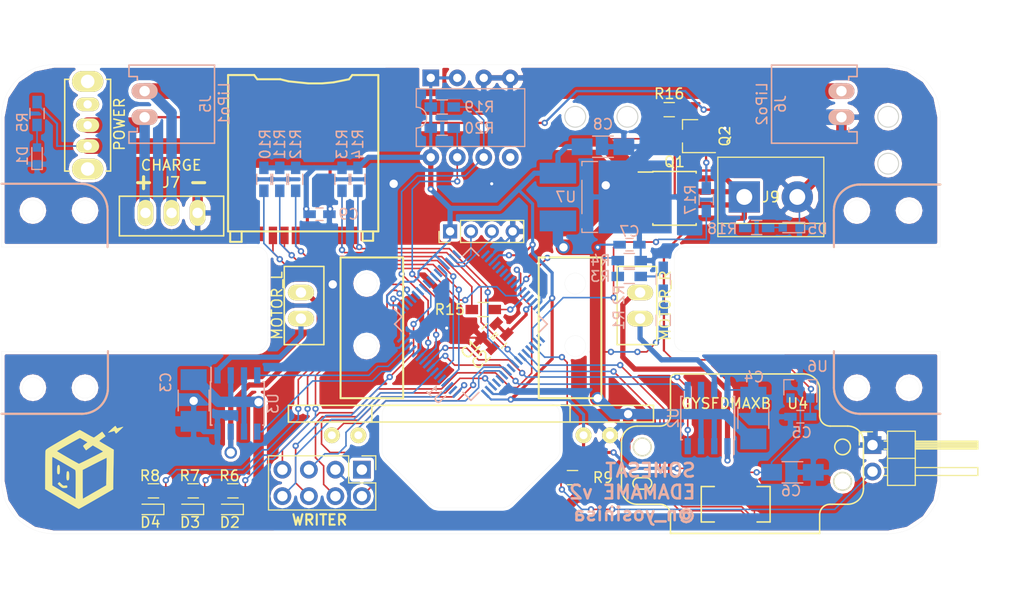
<source format=kicad_pcb>
(kicad_pcb (version 4) (host pcbnew 4.0.7)
  (title_block (title ZUNDA_Ultrasonic_board) (date 2017-06-01) (company SOMESAT) (comment 1 @j_rocket_boy))
  (layers (0 F.Cu signal) (31 B.Cu signal) (34 B.Paste user hide) (35 F.Paste user hide) (36 B.SilkS user) (37 F.SilkS user) (38 B.Mask user) (39 F.Mask user) (44 Edge.Cuts user))
  (net 0 "")
  (net 1 GND)
  (net 2 +BATT)
  (net 3 +3V3)
  (net 4 "Net-(D2-Pad2)")
  (net 5 "Net-(D3-Pad2)")
  (net 6 "Net-(Q1-Pad4)")
  (net 7 "Net-(D4-Pad2)")
  (net 8 "Net-(D5-Pad2)")
  (net 9 /LED1)
  (net 10 /GPS_BACKUP)
  (net 11 "Net-(D1-Pad2)")
  (net 12 /WiFi_RX)
  (net 13 /WiFi_TX)
  (net 14 /SWCLK)
  (net 15 /SWDIO)
  (net 16 /PC_RX)
  (net 17 /NRST)
  (net 18 /PC_TX)
  (net 19 /SWO)
  (net 20 /FLIGHT_PIN)
  (net 21 /LED2)
  (net 22 /LED3)
  (net 23 /GPS_RX)
  (net 24 /GPS_TX)
  (net 25 /SDIO_D2)
  (net 26 /SDIO_CK)
  (net 27 /SDIO_D0)
  (net 28 /SDIO_D1)
  (net 29 /SDIO_D3)
  (net 30 /SDIO_CMD)
  (net 31 /MOTOR_RR)
  (net 32 /MOTOR_RF)
  (net 33 /I2C_SCL)
  (net 34 /I2C_SDA)
  (net 35 /MOTOR_LR)
  (net 36 /MOTOR_LF)
  (net 37 "Net-(C1-Pad1)")
  (net 38 "Net-(C5-Pad1)")
  (net 39 "Net-(J2-Pad1)")
  (net 40 "Net-(J2-Pad2)")
  (net 41 "Net-(J4-Pad1)")
  (net 42 "Net-(J4-Pad2)")
  (net 43 "Net-(J5-Pad2)")
  (net 44 "Net-(J9-Pad1)")
  (net 45 /CAMERA_RX)
  (net 46 /CAMERA_TX)
  (net 47 "Net-(Q2-Pad1)")
  (net 48 "Net-(R1-Pad2)")
  (net 49 "Net-(R2-Pad2)")
  (net 50 "Net-(R3-Pad2)")
  (net 51 /NICHROME)
  (net 52 "Net-(R15-Pad1)")
  (module TO_SOT_Packages_SMD:SOT-23 (layer B.Cu) (at 96.081 48.988 90)
    (fp_text reference U6 (at 2.032 1.651 180) (layer B.SilkS) (effects (justify mirror)))
    (fp_text value AP7333)
    (pad 1 smd rect (at -1 0.95 90) (size 0.9 0.8) (layers B.Cu B.Paste B.Mask) (net 38 "Net-(C5-Pad1)"))
    (pad 2 smd rect (at -1 -0.95 90) (size 0.9 0.8) (layers B.Cu B.Paste B.Mask) (net 10 /GPS_BACKUP))
    (pad 3 smd rect (at 1 0 90) (size 0.9 0.8) (layers B.Cu B.Paste B.Mask) (net 1 GND))
  )
  (module GYSFDMAXB:GYSFDMAXB (layer F.Cu) (at 100.13 54.68)
    (fp_text reference U4 (at -4.303 -4.168) (layer F.SilkS))
    (fp_text value GYSFDMAXB (at -11.161 -4.168) (layer F.SilkS))
    (pad 20 smd trapezoid (at -12.05 3.96) (size 0.2 0.7) (layers F.Cu F.Paste F.Mask) (net 1 GND))
    (pad 18 smd trapezoid (at -11.65 3.96) (size 0.2 0.7) (layers F.Cu F.Paste F.Mask))
    (pad 16 smd trapezoid (at -11.25 3.96) (size 0.2 0.7) (layers F.Cu F.Paste F.Mask) (net 3 +3V3))
    (pad 14 smd trapezoid (at -10.85 3.96) (size 0.2 0.7) (layers F.Cu F.Paste F.Mask) (net 10 /GPS_BACKUP))
    (pad 12 smd trapezoid (at -10.45 3.96) (size 0.2 0.7) (layers F.Cu F.Paste F.Mask) (net 1 GND))
    (pad 10 smd trapezoid (at -10.05 3.96) (size 0.2 0.7) (layers F.Cu F.Paste F.Mask) (net 1 GND))
    (pad 8 smd trapezoid (at -9.65 3.96) (size 0.2 0.7) (layers F.Cu F.Paste F.Mask))
    (pad 6 smd trapezoid (at -9.25 3.96) (size 0.2 0.7) (layers F.Cu F.Paste F.Mask))
    (pad 4 smd trapezoid (at -8.85 3.96) (size 0.2 0.7) (layers F.Cu F.Paste F.Mask))
    (pad 2 smd trapezoid (at -8.45 3.96) (size 0.2 0.7) (layers F.Cu F.Paste F.Mask) (net 1 GND))
    (pad 1 smd trapezoid (at -8.45 7.04) (size 0.2 0.7) (layers F.Cu F.Paste F.Mask) (net 1 GND))
    (pad 3 smd trapezoid (at -8.85 7.04) (size 0.2 0.7) (layers F.Cu F.Paste F.Mask) (net 23 /GPS_RX))
    (pad 5 smd trapezoid (at -9.25 7.04) (size 0.2 0.7) (layers F.Cu F.Paste F.Mask) (net 24 /GPS_TX))
    (pad 7 smd trapezoid (at -9.65 7.04) (size 0.2 0.7) (layers F.Cu F.Paste F.Mask) (net 1 GND))
    (pad 9 smd trapezoid (at -10.05 7.04) (size 0.2 0.7) (layers F.Cu F.Paste F.Mask))
    (pad 11 smd trapezoid (at -10.45 7.04) (size 0.2 0.7) (layers F.Cu F.Paste F.Mask))
    (pad 13 smd trapezoid (at -10.85 7.04) (size 0.2 0.7) (layers F.Cu F.Paste F.Mask))
    (pad 15 smd trapezoid (at -11.25 7.04) (size 0.2 0.7) (layers F.Cu F.Paste F.Mask))
    (pad 17 smd trapezoid (at -11.65 7.04) (size 0.2 0.7) (layers F.Cu F.Paste F.Mask))
    (pad 19 smd trapezoid (at -12.05 7.04) (size 0.2 0.7) (layers F.Cu F.Paste F.Mask) (net 1 GND))
  )
  (module Resistors_SMD:R_0603_HandSoldering (layer F.Cu) (at 74.237 57.624 180)
    (fp_text reference R9 (at -2.921 0 180) (layer F.SilkS))
    (fp_text value 10k)
    (pad 1 smd rect (at -1.1 0 180) (size 1.2 0.9) (layers F.Cu F.Paste F.Mask) (net 3 +3V3))
    (pad 2 smd rect (at 1.1 0 180) (size 1.2 0.9) (layers F.Cu F.Paste F.Mask) (net 20 /FLIGHT_PIN))
  )
  (module ZUNDA_lib:ZUNDA_WIRELESS (layer F.Cu) (at 64.5 52.29)
    (fp_text reference J8 hide)
    (fp_text value WiFi)
    (pad 1 thru_hole circle (at -13.335 1.27) (size 1.524 1.524) (drill 0.762) (layers *.Cu *.Mask F.SilkS) (net 12 /WiFi_RX))
    (pad 2 thru_hole circle (at -10.795 1.27) (size 1.524 1.524) (drill 0.762) (layers *.Cu *.Mask F.SilkS) (net 13 /WiFi_TX))
    (pad 3 thru_hole circle (at 10.795 1.27) (size 1.524 1.524) (drill 0.762) (layers *.Cu *.Mask F.SilkS) (net 3 +3V3))
    (pad 4 thru_hole circle (at 13.335 1.27) (size 1.524 1.524) (drill 0.762) (layers *.Cu *.Mask F.SilkS) (net 1 GND))
  )
  (module Pin_Headers:Pin_Header_Straight_2x04_Pitch2.54mm (layer F.Cu) (at 54.044 56.862 270)
    (fp_text reference J1 hide)
    (fp_text value WRITER)
    (pad 1 thru_hole rect (at 0 0 270) (size 1.7 1.7) (drill 1) (layers *.Cu *.Mask))
    (pad 2 thru_hole oval (at 2.54 0 270) (size 1.7 1.7) (drill 1) (layers *.Cu *.Mask) (net 14 /SWCLK))
    (pad 3 thru_hole oval (at 0 2.54 270) (size 1.7 1.7) (drill 1) (layers *.Cu *.Mask) (net 1 GND))
    (pad 4 thru_hole oval (at 2.54 2.54 270) (size 1.7 1.7) (drill 1) (layers *.Cu *.Mask) (net 15 /SWDIO))
    (pad 5 thru_hole oval (at 0 5.08 270) (size 1.7 1.7) (drill 1) (layers *.Cu *.Mask) (net 16 /PC_RX))
    (pad 6 thru_hole oval (at 2.54 5.08 270) (size 1.7 1.7) (drill 1) (layers *.Cu *.Mask) (net 17 /NRST))
    (pad 7 thru_hole oval (at 0 7.62 270) (size 1.7 1.7) (drill 1) (layers *.Cu *.Mask) (net 18 /PC_TX))
    (pad 8 thru_hole oval (at 2.54 7.62 270) (size 1.7 1.7) (drill 1) (layers *.Cu *.Mask) (net 19 /SWO))
  )
  (module Pin_Headers:Pin_Header_Straight_1x04_Pitch2.00mm (layer F.Cu) (at 62.5 34 90)
    (fp_text reference J10 hide)
    (fp_text value C1098)
    (pad 1 thru_hole rect (at 0 0 90) (size 1.35 1.35) (drill 0.8) (layers *.Cu *.Mask) (net 3 +3V3))
    (pad 2 thru_hole oval (at 0 2 90) (size 1.35 1.35) (drill 0.8) (layers *.Cu *.Mask) (net 46 /CAMERA_TX))
    (pad 3 thru_hole oval (at 0 4 90) (size 1.35 1.35) (drill 0.8) (layers *.Cu *.Mask) (net 45 /CAMERA_RX))
    (pad 4 thru_hole oval (at 0 6 90) (size 1.35 1.35) (drill 0.8) (layers *.Cu *.Mask) (net 1 GND))
  )
  (module Housings_QFP:LQFP-64_10x10mm_Pitch0.5mm (layer B.Cu) (at 64.5 42.892 315)
    (fp_text reference U1 (at 2.394971 7.124101 315) (layer B.SilkS) (effects (justify mirror)))
    (fp_text value STM32F446RETx)
    (pad 1 smd rect (at -5.7 3.75 315) (size 1 0.25) (layers B.Cu B.Paste B.Mask) (net 3 +3V3))
    (pad 2 smd rect (at -5.7 3.25 315) (size 1 0.25) (layers B.Cu B.Paste B.Mask) (net 9 /LED1))
    (pad 3 smd rect (at -5.7 2.75 315) (size 1 0.25) (layers B.Cu B.Paste B.Mask) (net 21 /LED2))
    (pad 4 smd rect (at -5.7 2.25 315) (size 1 0.25) (layers B.Cu B.Paste B.Mask) (net 22 /LED3))
    (pad 5 smd rect (at -5.7 1.75 315) (size 1 0.25) (layers B.Cu B.Paste B.Mask))
    (pad 6 smd rect (at -5.7 1.25 315) (size 1 0.25) (layers B.Cu B.Paste B.Mask))
    (pad 7 smd rect (at -5.7 0.75 315) (size 1 0.25) (layers B.Cu B.Paste B.Mask) (net 17 /NRST))
    (pad 8 smd rect (at -5.7 0.25 315) (size 1 0.25) (layers B.Cu B.Paste B.Mask))
    (pad 9 smd rect (at -5.7 -0.25 315) (size 1 0.25) (layers B.Cu B.Paste B.Mask))
    (pad 10 smd rect (at -5.7 -0.75 315) (size 1 0.25) (layers B.Cu B.Paste B.Mask))
    (pad 11 smd rect (at -5.7 -1.25 315) (size 1 0.25) (layers B.Cu B.Paste B.Mask))
    (pad 12 smd rect (at -5.7 -1.75 315) (size 1 0.25) (layers B.Cu B.Paste B.Mask) (net 1 GND))
    (pad 13 smd rect (at -5.7 -2.25 315) (size 1 0.25) (layers B.Cu B.Paste B.Mask) (net 3 +3V3))
    (pad 14 smd rect (at -5.7 -2.75 315) (size 1 0.25) (layers B.Cu B.Paste B.Mask) (net 45 /CAMERA_RX))
    (pad 15 smd rect (at -5.7 -3.25 315) (size 1 0.25) (layers B.Cu B.Paste B.Mask) (net 46 /CAMERA_TX))
    (pad 16 smd rect (at -5.7 -3.75 315) (size 1 0.25) (layers B.Cu B.Paste B.Mask))
    (pad 17 smd rect (at -3.75 -5.7 225) (size 1 0.25) (layers B.Cu B.Paste B.Mask))
    (pad 18 smd rect (at -3.25 -5.7 225) (size 1 0.25) (layers B.Cu B.Paste B.Mask) (net 1 GND))
    (pad 19 smd rect (at -2.75 -5.7 225) (size 1 0.25) (layers B.Cu B.Paste B.Mask) (net 3 +3V3))
    (pad 20 smd rect (at -2.25 -5.7 225) (size 1 0.25) (layers B.Cu B.Paste B.Mask))
    (pad 21 smd rect (at -1.75 -5.7 225) (size 1 0.25) (layers B.Cu B.Paste B.Mask))
    (pad 22 smd rect (at -1.25 -5.7 225) (size 1 0.25) (layers B.Cu B.Paste B.Mask))
    (pad 23 smd rect (at -0.75 -5.7 225) (size 1 0.25) (layers B.Cu B.Paste B.Mask))
    (pad 24 smd rect (at -0.25 -5.7 225) (size 1 0.25) (layers B.Cu B.Paste B.Mask))
    (pad 25 smd rect (at 0.25 -5.7 225) (size 1 0.25) (layers B.Cu B.Paste B.Mask) (net 18 /PC_TX))
    (pad 26 smd rect (at 0.75 -5.7 225) (size 1 0.25) (layers B.Cu B.Paste B.Mask) (net 50 "Net-(R3-Pad2)"))
    (pad 27 smd rect (at 1.25 -5.7 225) (size 1 0.25) (layers B.Cu B.Paste B.Mask) (net 25 /SDIO_D2))
    (pad 28 smd rect (at 1.75 -5.7 225) (size 1 0.25) (layers B.Cu B.Paste B.Mask) (net 26 /SDIO_CK))
    (pad 29 smd rect (at 2.25 -5.7 225) (size 1 0.25) (layers B.Cu B.Paste B.Mask))
    (pad 30 smd rect (at 2.75 -5.7 225) (size 1 0.25) (layers B.Cu B.Paste B.Mask) (net 37 "Net-(C1-Pad1)"))
    (pad 31 smd rect (at 3.25 -5.7 225) (size 1 0.25) (layers B.Cu B.Paste B.Mask) (net 1 GND))
    (pad 32 smd rect (at 3.75 -5.7 225) (size 1 0.25) (layers B.Cu B.Paste B.Mask) (net 3 +3V3))
    (pad 33 smd rect (at 5.7 -3.75 315) (size 1 0.25) (layers B.Cu B.Paste B.Mask))
    (pad 34 smd rect (at 5.7 -3.25 315) (size 1 0.25) (layers B.Cu B.Paste B.Mask) (net 51 /NICHROME))
    (pad 35 smd rect (at 5.7 -2.75 315) (size 1 0.25) (layers B.Cu B.Paste B.Mask) (net 20 /FLIGHT_PIN))
    (pad 36 smd rect (at 5.7 -2.25 315) (size 1 0.25) (layers B.Cu B.Paste B.Mask))
    (pad 37 smd rect (at 5.7 -1.75 315) (size 1 0.25) (layers B.Cu B.Paste B.Mask) (net 23 /GPS_RX))
    (pad 38 smd rect (at 5.7 -1.25 315) (size 1 0.25) (layers B.Cu B.Paste B.Mask) (net 24 /GPS_TX))
    (pad 39 smd rect (at 5.7 -0.75 315) (size 1 0.25) (layers B.Cu B.Paste B.Mask) (net 27 /SDIO_D0))
    (pad 40 smd rect (at 5.7 -0.25 315) (size 1 0.25) (layers B.Cu B.Paste B.Mask) (net 28 /SDIO_D1))
    (pad 41 smd rect (at 5.7 0.25 315) (size 1 0.25) (layers B.Cu B.Paste B.Mask))
    (pad 42 smd rect (at 5.7 0.75 315) (size 1 0.25) (layers B.Cu B.Paste B.Mask) (net 12 /WiFi_RX))
    (pad 43 smd rect (at 5.7 1.25 315) (size 1 0.25) (layers B.Cu B.Paste B.Mask) (net 13 /WiFi_TX))
    (pad 44 smd rect (at 5.7 1.75 315) (size 1 0.25) (layers B.Cu B.Paste B.Mask))
    (pad 45 smd rect (at 5.7 2.25 315) (size 1 0.25) (layers B.Cu B.Paste B.Mask))
    (pad 46 smd rect (at 5.7 2.75 315) (size 1 0.25) (layers B.Cu B.Paste B.Mask) (net 15 /SWDIO))
    (pad 47 smd rect (at 5.7 3.25 315) (size 1 0.25) (layers B.Cu B.Paste B.Mask) (net 1 GND))
    (pad 48 smd rect (at 5.7 3.75 315) (size 1 0.25) (layers B.Cu B.Paste B.Mask) (net 3 +3V3))
    (pad 49 smd rect (at 3.75 5.7 225) (size 1 0.25) (layers B.Cu B.Paste B.Mask) (net 14 /SWCLK))
    (pad 50 smd rect (at 3.25 5.7 225) (size 1 0.25) (layers B.Cu B.Paste B.Mask))
    (pad 51 smd rect (at 2.75 5.7 225) (size 1 0.25) (layers B.Cu B.Paste B.Mask) (net 16 /PC_RX))
    (pad 52 smd rect (at 2.25 5.7 225) (size 1 0.25) (layers B.Cu B.Paste B.Mask) (net 29 /SDIO_D3))
    (pad 53 smd rect (at 1.75 5.7 225) (size 1 0.25) (layers B.Cu B.Paste B.Mask))
    (pad 54 smd rect (at 1.25 5.7 225) (size 1 0.25) (layers B.Cu B.Paste B.Mask) (net 30 /SDIO_CMD))
    (pad 55 smd rect (at 0.75 5.7 225) (size 1 0.25) (layers B.Cu B.Paste B.Mask) (net 19 /SWO))
    (pad 56 smd rect (at 0.25 5.7 225) (size 1 0.25) (layers B.Cu B.Paste B.Mask) (net 31 /MOTOR_RR))
    (pad 57 smd rect (at -0.25 5.7 225) (size 1 0.25) (layers B.Cu B.Paste B.Mask) (net 32 /MOTOR_RF))
    (pad 58 smd rect (at -0.75 5.7 225) (size 1 0.25) (layers B.Cu B.Paste B.Mask) (net 33 /I2C_SCL))
    (pad 59 smd rect (at -1.25 5.7 225) (size 1 0.25) (layers B.Cu B.Paste B.Mask) (net 34 /I2C_SDA))
    (pad 60 smd rect (at -1.75 5.7 225) (size 1 0.25) (layers B.Cu B.Paste B.Mask) (net 1 GND))
    (pad 61 smd rect (at -2.25 5.7 225) (size 1 0.25) (layers B.Cu B.Paste B.Mask) (net 35 /MOTOR_LR))
    (pad 62 smd rect (at -2.75 5.7 225) (size 1 0.25) (layers B.Cu B.Paste B.Mask) (net 36 /MOTOR_LF))
    (pad 63 smd rect (at -3.25 5.7 225) (size 1 0.25) (layers B.Cu B.Paste B.Mask) (net 1 GND))
    (pad 64 smd rect (at -3.75 5.7 225) (size 1 0.25) (layers B.Cu B.Paste B.Mask) (net 3 +3V3))
  )
  (module user:microSD (layer B.Cu) (at 48.4179 26.99922 180)
    (fp_text reference U5 hide)
    (fp_text value microSD hide)
    (pad 8 smd rect (at -4.8006 -7.38378) (size 0.8001 1.67894) (layers F.Cu F.Paste F.Mask) (net 28 /SDIO_D1) (clearance 0.20066))
    (pad 7 smd rect (at -3.70078 -7.38378) (size 0.8001 1.67894) (layers F.Cu F.Paste F.Mask) (net 27 /SDIO_D0) (clearance 0.20066))
    (pad 6 smd rect (at -2.60096 -7.38378) (size 0.8001 1.67894) (layers F.Cu F.Paste F.Mask) (net 1 GND) (clearance 0.20066))
    (pad 5 smd rect (at -1.50114 -7.38378) (size 0.8001 1.67894) (layers F.Cu F.Paste F.Mask) (net 52 "Net-(R15-Pad1)") (clearance 0.20066))
    (pad 4 smd rect (at -0.39878 -7.38378) (size 0.8001 1.67894) (layers F.Cu F.Paste F.Mask) (net 3 +3V3) (clearance 0.20066))
    (pad 3 smd rect (at 0.70104 -7.38378) (size 0.8001 1.67894) (layers F.Cu F.Paste F.Mask) (net 30 /SDIO_CMD) (clearance 0.20066))
    (pad 2 smd rect (at 1.80086 -7.38378) (size 0.8001 1.67894) (layers F.Cu F.Paste F.Mask) (net 29 /SDIO_D3) (clearance 0.20066))
    (pad 1 smd rect (at 2.90068 -7.38378) (size 0.8001 1.67894) (layers F.Cu F.Paste F.Mask) (net 25 /SDIO_D2) (clearance 0.20066))
    (pad "" smd rect (at -6.731 7.6835) (size 1.50114 2) (layers F.Cu F.Paste F.Mask))
    (pad "" smd rect (at 4.445 -7.239) (size 1.2 1.4) (layers F.Cu F.Paste F.Mask))
    (pad "" smd rect (at 6.731 7.62) (size 1.5 2) (layers F.Cu F.Paste F.Mask))
  )
  (module EH:B2B-EH (layer F.Cu) (at 48.202 41.114 270)
    (fp_text reference J4 hide)
    (fp_text value MOTOR_L (at 0 2.286 450) (layer F.SilkS))
    (pad 1 thru_hole oval (at 1.25 0 270) (size 1.5 2.5) (drill 1) (layers *.Cu *.Mask F.SilkS) (net 41 "Net-(J4-Pad1)"))
    (pad 2 thru_hole oval (at -1.25 0 270) (size 1.5 2.5) (drill 1) (layers *.Cu *.Mask F.SilkS) (net 42 "Net-(J4-Pad2)"))
  )
  (module Resistors_SMD:R_0603_HandSoldering (layer B.Cu) (at 22.900408 22.688172 90)
    (fp_text reference R5 (at -0.846 -1.397 90) (layer B.SilkS) (effects (justify mirror)))
    (fp_text value 1k)
    (pad 1 smd rect (at -1.1 0 90) (size 1.2 0.9) (layers B.Cu B.Paste B.Mask) (net 11 "Net-(D1-Pad2)"))
    (pad 2 smd rect (at 1.1 0 90) (size 1.2 0.9) (layers B.Cu B.Paste B.Mask) (net 2 +BATT))
  )
  (module Capacitors_SMD:C_0603_HandSoldering (layer F.Cu) (at 67.252 44.543 225)
    (fp_text reference C2 (at 2.514472 0 225) (layer F.SilkS))
    (fp_text value 0.1u)
    (pad 1 smd rect (at -0.95 0 225) (size 1.2 0.75) (layers F.Cu F.Paste F.Mask) (net 37 "Net-(C1-Pad1)"))
    (pad 2 smd rect (at 0.95 0 225) (size 1.2 0.75) (layers F.Cu F.Paste F.Mask) (net 1 GND))
  )
  (module Capacitors_SMD:C_0603_HandSoldering (layer F.Cu) (at 66.236 43.527 225)
    (fp_text reference C1 (at 2.514472 0 225) (layer F.SilkS))
    (fp_text value 2.2u)
    (pad 1 smd rect (at -0.95 0 225) (size 1.2 0.75) (layers F.Cu F.Paste F.Mask) (net 37 "Net-(C1-Pad1)"))
    (pad 2 smd rect (at 0.95 0 225) (size 1.2 0.75) (layers F.Cu F.Paste F.Mask) (net 1 GND))
  )
  (module Housings_SOIC:SOIC-8_3.9x4.9mm_Pitch1.27mm (layer B.Cu) (at 87.191 51.909 90)
    (fp_text reference U2 (at 0 -3.302 90) (layer B.SilkS) (effects (justify mirror)))
    (fp_text value BD6231F)
    (pad 1 smd rect (at -2.7 1.905 90) (size 1.55 0.6) (layers B.Cu B.Paste B.Mask) (net 39 "Net-(J2-Pad1)"))
    (pad 2 smd rect (at -2.7 0.635 90) (size 1.55 0.6) (layers B.Cu B.Paste B.Mask) (net 2 +BATT))
    (pad 3 smd rect (at -2.7 -0.635 90) (size 1.55 0.6) (layers B.Cu B.Paste B.Mask) (net 2 +BATT))
    (pad 4 smd rect (at -2.7 -1.905 90) (size 1.55 0.6) (layers B.Cu B.Paste B.Mask) (net 32 /MOTOR_RF))
    (pad 5 smd rect (at 2.7 -1.905 90) (size 1.55 0.6) (layers B.Cu B.Paste B.Mask) (net 31 /MOTOR_RR))
    (pad 6 smd rect (at 2.7 -0.635 90) (size 1.55 0.6) (layers B.Cu B.Paste B.Mask) (net 2 +BATT))
    (pad 7 smd rect (at 2.7 0.635 90) (size 1.55 0.6) (layers B.Cu B.Paste B.Mask) (net 40 "Net-(J2-Pad2)"))
    (pad 8 smd rect (at 2.7 1.905 90) (size 1.55 0.6) (layers B.Cu B.Paste B.Mask) (net 1 GND))
  )
  (module Capacitors_SMD:C_0603_HandSoldering (layer B.Cu) (at 79.698 35.272)
    (fp_text reference C7 (at 0 -1.27) (layer B.SilkS) (effects (justify mirror)))
    (fp_text value 0.1u)
    (pad 1 smd rect (at -0.95 0) (size 1.2 0.75) (layers B.Cu B.Paste B.Mask) (net 2 +BATT))
    (pad 2 smd rect (at 0.95 0) (size 1.2 0.75) (layers B.Cu B.Paste B.Mask) (net 1 GND))
  )
  (module Capacitors_SMD:C_0603_HandSoldering (layer B.Cu) (at 96.081 51.782 180)
    (fp_text reference C5 (at -0.127 -1.524 360) (layer B.SilkS) (effects (justify mirror)))
    (fp_text value 0.1u)
    (pad 1 smd rect (at -0.95 0 180) (size 1.2 0.75) (layers B.Cu B.Paste B.Mask) (net 38 "Net-(C5-Pad1)"))
    (pad 2 smd rect (at 0.95 0 180) (size 1.2 0.75) (layers B.Cu B.Paste B.Mask) (net 1 GND))
  )
  (module Capacitors_SMD:C_1206_HandSoldering (layer B.Cu) (at 77.158 25.874)
    (fp_text reference C8 (at 0 -2.159) (layer B.SilkS) (effects (justify mirror)))
    (fp_text value 100u)
    (pad 1 smd rect (at -2 0) (size 2 1.6) (layers B.Cu B.Paste B.Mask) (net 3 +3V3))
    (pad 2 smd rect (at 2 0) (size 2 1.6) (layers B.Cu B.Paste B.Mask) (net 1 GND))
  )
  (module Capacitors_SMD:C_0603_HandSoldering (layer B.Cu) (at 49.98 32.351)
    (fp_text reference C9 (at 2.7965 0) (layer B.SilkS) (effects (justify mirror)))
    (fp_text value 0.1u)
    (pad 1 smd rect (at -0.95 0) (size 1.2 0.75) (layers B.Cu B.Paste B.Mask) (net 3 +3V3))
    (pad 2 smd rect (at 0.95 0) (size 1.2 0.75) (layers B.Cu B.Paste B.Mask) (net 1 GND))
  )
  (module Capacitors_SMD:C_1206_HandSoldering (layer B.Cu) (at 95.319 57.116)
    (fp_text reference C6 (at -0.127 1.778) (layer B.SilkS) (effects (justify mirror)))
    (fp_text value 100u)
    (pad 1 smd rect (at -2 0) (size 2 1.6) (layers B.Cu B.Paste B.Mask) (net 10 /GPS_BACKUP))
    (pad 2 smd rect (at 2 0) (size 2 1.6) (layers B.Cu B.Paste B.Mask) (net 1 GND))
  )
  (module LEDs:LED_0603 (layer B.Cu) (at 22.900408 26.752172 90)
    (fp_text reference D1 (at 0 -1.397 90) (layer B.SilkS) (effects (justify mirror)))
    (fp_text value LED)
    (pad 2 smd rect (at 0.8 0 270) (size 0.8 0.8) (layers B.Cu B.Paste B.Mask) (net 11 "Net-(D1-Pad2)"))
    (pad 1 smd rect (at -0.8 0 270) (size 0.8 0.8) (layers B.Cu B.Paste B.Mask) (net 1 GND))
  )
  (module LEDs:LED_0603 (layer F.Cu) (at 41.382 60.672 180)
    (fp_text reference D2 (at 0 -1.25 180) (layer F.SilkS))
    (fp_text value LED)
    (pad 2 smd rect (at 0.8 0) (size 0.8 0.8) (layers F.Cu F.Paste F.Mask) (net 4 "Net-(D2-Pad2)"))
    (pad 1 smd rect (at -0.8 0) (size 0.8 0.8) (layers F.Cu F.Paste F.Mask) (net 1 GND))
  )
  (module LEDs:LED_0603 (layer F.Cu) (at 37.572 60.672 180)
    (fp_text reference D3 (at 0 -1.25 180) (layer F.SilkS))
    (fp_text value LED)
    (pad 2 smd rect (at 0.8 0) (size 0.8 0.8) (layers F.Cu F.Paste F.Mask) (net 5 "Net-(D3-Pad2)"))
    (pad 1 smd rect (at -0.8 0) (size 0.8 0.8) (layers F.Cu F.Paste F.Mask) (net 1 GND))
  )
  (module LEDs:LED_0603 (layer F.Cu) (at 33.762 60.672 180)
    (fp_text reference D4 (at 0 -1.25 180) (layer F.SilkS))
    (fp_text value LED)
    (pad 2 smd rect (at 0.8 0) (size 0.8 0.8) (layers F.Cu F.Paste F.Mask) (net 7 "Net-(D4-Pad2)"))
    (pad 1 smd rect (at -0.8 0) (size 0.8 0.8) (layers F.Cu F.Paste F.Mask) (net 1 GND))
  )
  (module LEDs:LED_0603 (layer B.Cu) (at 95.192 33.625342 180)
    (fp_text reference D5 (at -2.54 -0.122658 180) (layer B.SilkS) (effects (justify mirror)))
    (fp_text value LED)
    (pad 2 smd rect (at 0.8 0) (size 0.8 0.8) (layers B.Cu B.Paste B.Mask) (net 8 "Net-(D5-Pad2)"))
    (pad 1 smd rect (at -0.8 0) (size 0.8 0.8) (layers B.Cu B.Paste B.Mask) (net 1 GND))
  )
  (module EH:B2B-EH (layer F.Cu) (at 80.714 41.114 90)
    (fp_text reference J2 hide)
    (fp_text value MOTOR_R (at 0 2.413 90) (layer F.SilkS))
    (pad 1 thru_hole oval (at 1.25 0 90) (size 1.5 2.5) (drill 1) (layers *.Cu *.Mask F.SilkS) (net 39 "Net-(J2-Pad1)"))
    (pad 2 thru_hole oval (at -1.25 0 90) (size 1.5 2.5) (drill 1) (layers *.Cu *.Mask F.SilkS) (net 40 "Net-(J2-Pad2)"))
  )
  (module Resistors_SMD:R_0603_HandSoldering (layer F.Cu) (at 41.682 58.894)
    (fp_text reference R6 (at -0.338 -1.45) (layer F.SilkS))
    (fp_text value 1k)
    (pad 1 smd rect (at -1.1 0) (size 1.2 0.9) (layers F.Cu F.Paste F.Mask) (net 4 "Net-(D2-Pad2)"))
    (pad 2 smd rect (at 1.1 0) (size 1.2 0.9) (layers F.Cu F.Paste F.Mask) (net 9 /LED1))
  )
  (module Resistors_SMD:R_0603_HandSoldering (layer F.Cu) (at 37.872 58.894)
    (fp_text reference R7 (at -0.338 -1.45) (layer F.SilkS))
    (fp_text value 1k)
    (pad 1 smd rect (at -1.1 0) (size 1.2 0.9) (layers F.Cu F.Paste F.Mask) (net 5 "Net-(D3-Pad2)"))
    (pad 2 smd rect (at 1.1 0) (size 1.2 0.9) (layers F.Cu F.Paste F.Mask) (net 21 /LED2))
  )
  (module Resistors_SMD:R_0603_HandSoldering (layer F.Cu) (at 34.062 58.894)
    (fp_text reference R8 (at -0.338 -1.45) (layer F.SilkS))
    (fp_text value 1k)
    (pad 1 smd rect (at -1.1 0) (size 1.2 0.9) (layers F.Cu F.Paste F.Mask) (net 7 "Net-(D4-Pad2)"))
    (pad 2 smd rect (at 1.1 0) (size 1.2 0.9) (layers F.Cu F.Paste F.Mask) (net 22 /LED3))
  )
  (module Resistors_SMD:R_0603_HandSoldering (layer B.Cu) (at 91.89 33.625342 180)
    (fp_text reference R18 (at 3.302 -0.122658 180) (layer B.SilkS) (effects (justify mirror)))
    (fp_text value 1k)
    (pad 1 smd rect (at -1.1 0 180) (size 1.2 0.9) (layers B.Cu B.Paste B.Mask) (net 8 "Net-(D5-Pad2)"))
    (pad 2 smd rect (at 1.1 0 180) (size 1.2 0.9) (layers B.Cu B.Paste B.Mask) (net 44 "Net-(J9-Pad1)"))
  )
  (module Resistors_SMD:R_0603_HandSoldering (layer F.Cu) (at 83.508 22.318 180)
    (fp_text reference R16 (at 0 1.524 180) (layer F.SilkS))
    (fp_text value 10k)
    (pad 1 smd rect (at -1.1 0 180) (size 1.2 0.9) (layers F.Cu F.Paste F.Mask) (net 6 "Net-(Q1-Pad4)"))
    (pad 2 smd rect (at 1.1 0 180) (size 1.2 0.9) (layers F.Cu F.Paste F.Mask) (net 2 +BATT))
  )
  (module Resistors_SMD:R_0603_HandSoldering (layer B.Cu) (at 87.064 30.954 270)
    (fp_text reference R17 (at 0 1.524 270) (layer B.SilkS) (effects (justify mirror)))
    (fp_text value 100)
    (pad 1 smd rect (at -1.1 0 270) (size 1.2 0.9) (layers B.Cu B.Paste B.Mask) (net 47 "Net-(Q2-Pad1)"))
    (pad 2 smd rect (at 1.1 0 270) (size 1.2 0.9) (layers B.Cu B.Paste B.Mask) (net 51 /NICHROME))
  )
  (module Resistors_SMD:R_0603_HandSoldering (layer B.Cu) (at 82.9365 42.5315 90)
    (fp_text reference R1 (at 0.0205 -4.2545 90) (layer B.SilkS) (effects (justify mirror)))
    (fp_text value 1K)
    (pad 1 smd rect (at -1.1 0 90) (size 1.2 0.9) (layers B.Cu B.Paste B.Mask) (net 2 +BATT))
    (pad 2 smd rect (at 1.1 0 90) (size 1.2 0.9) (layers B.Cu B.Paste B.Mask) (net 48 "Net-(R1-Pad2)"))
  )
  (module Resistors_SMD:R_0603_HandSoldering (layer B.Cu) (at 82.9365 38.5945 90)
    (fp_text reference R2 (at -1.5035 -4.2545 270) (layer B.SilkS) (effects (justify mirror)))
    (fp_text value 1K)
    (pad 1 smd rect (at -1.1 0 90) (size 1.2 0.9) (layers B.Cu B.Paste B.Mask) (net 48 "Net-(R1-Pad2)"))
    (pad 2 smd rect (at 1.1 0 90) (size 1.2 0.9) (layers B.Cu B.Paste B.Mask) (net 49 "Net-(R2-Pad2)"))
  )
  (module Resistors_SMD:R_0603_HandSoldering (layer B.Cu) (at 79.6775 38.32 180)
    (fp_text reference R3 (at 2.7735 0 360) (layer B.SilkS) (effects (justify mirror)))
    (fp_text value 1K)
    (pad 1 smd rect (at -1.1 0 180) (size 1.2 0.9) (layers B.Cu B.Paste B.Mask) (net 49 "Net-(R2-Pad2)"))
    (pad 2 smd rect (at 1.1 0 180) (size 1.2 0.9) (layers B.Cu B.Paste B.Mask) (net 50 "Net-(R3-Pad2)"))
  )
  (module Resistors_SMD:R_0603_HandSoldering (layer B.Cu) (at 79.6775 36.796)
    (fp_text reference R4 (at -2.7735 0) (layer B.SilkS) (effects (justify mirror)))
    (fp_text value 1K)
    (pad 1 smd rect (at -1.1 0) (size 1.2 0.9) (layers B.Cu B.Paste B.Mask) (net 50 "Net-(R3-Pad2)"))
    (pad 2 smd rect (at 1.1 0) (size 1.2 0.9) (layers B.Cu B.Paste B.Mask) (net 1 GND))
  )
  (module mylib:SS-12D01-VG4 (layer F.Cu) (at 27.755 23.81 270)
    (fp_text reference SW1 hide)
    (fp_text value POWER (at -0.095 -3.048 450) (layer F.SilkS))
    (pad "" thru_hole oval (at -4.2 0 270) (size 2 3) (drill 1.3) (layers *.Cu *.Mask F.SilkS))
    (pad "" thru_hole oval (at 4.2 0 270) (size 2 3) (drill 1.3) (layers *.Cu *.Mask F.SilkS))
    (pad 1 thru_hole oval (at -2 0 270) (size 1.3 2.2) (drill 0.8) (layers *.Cu *.Mask F.SilkS))
    (pad 2 thru_hole oval (at 0 0 270) (size 1.3 2.2) (drill 0.8) (layers *.Cu *.Mask F.SilkS) (net 38 "Net-(C5-Pad1)"))
    (pad 3 thru_hole oval (at 2 0 270) (size 1.3 2.2) (drill 0.8) (layers *.Cu *.Mask F.SilkS) (net 2 +BATT))
  )
  (module Housings_DIP:DIP-8_W7.62mm (layer B.Cu) (at 60.648 19.27 270)
    (fp_text reference U8 hide)
    (fp_text value HMC5883L)
    (pad 1 thru_hole rect (at 0 0 270) (size 1.6 1.6) (drill 0.8) (layers *.Cu *.Mask) (net 3 +3V3))
    (pad 5 thru_hole oval (at 7.62 -7.62 270) (size 1.6 1.6) (drill 0.8) (layers *.Cu *.Mask))
    (pad 2 thru_hole oval (at 0 -2.54 270) (size 1.6 1.6) (drill 0.8) (layers *.Cu *.Mask) (net 3 +3V3))
    (pad 6 thru_hole oval (at 7.62 -5.08 270) (size 1.6 1.6) (drill 0.8) (layers *.Cu *.Mask) (net 34 /I2C_SDA))
    (pad 3 thru_hole oval (at 0 -5.08 270) (size 1.6 1.6) (drill 0.8) (layers *.Cu *.Mask) (net 1 GND))
    (pad 7 thru_hole oval (at 7.62 -2.54 270) (size 1.6 1.6) (drill 0.8) (layers *.Cu *.Mask) (net 33 /I2C_SCL))
    (pad 4 thru_hole oval (at 0 -7.62 270) (size 1.6 1.6) (drill 0.8) (layers *.Cu *.Mask) (net 1 GND))
    (pad 8 thru_hole oval (at 7.62 0 270) (size 1.6 1.6) (drill 0.8) (layers *.Cu *.Mask) (net 3 +3V3))
  )
  (module Housings_SOIC:SOIC-8_3.9x4.9mm_Pitch1.27mm (layer B.Cu) (at 42.106 50.512 270)
    (fp_text reference U3 (at 0 -3.429 270) (layer B.SilkS) (effects (justify mirror)))
    (fp_text value BD6231F)
    (pad 1 smd rect (at -2.7 1.905 270) (size 1.55 0.6) (layers B.Cu B.Paste B.Mask) (net 41 "Net-(J4-Pad1)"))
    (pad 2 smd rect (at -2.7 0.635 270) (size 1.55 0.6) (layers B.Cu B.Paste B.Mask) (net 2 +BATT))
    (pad 3 smd rect (at -2.7 -0.635 270) (size 1.55 0.6) (layers B.Cu B.Paste B.Mask) (net 2 +BATT))
    (pad 4 smd rect (at -2.7 -1.905 270) (size 1.55 0.6) (layers B.Cu B.Paste B.Mask) (net 36 /MOTOR_LF))
    (pad 5 smd rect (at 2.7 -1.905 270) (size 1.55 0.6) (layers B.Cu B.Paste B.Mask) (net 35 /MOTOR_LR))
    (pad 6 smd rect (at 2.7 -0.635 270) (size 1.55 0.6) (layers B.Cu B.Paste B.Mask) (net 2 +BATT))
    (pad 7 smd rect (at 2.7 0.635 270) (size 1.55 0.6) (layers B.Cu B.Paste B.Mask) (net 42 "Net-(J4-Pad2)"))
    (pad 8 smd rect (at 2.7 1.905 270) (size 1.55 0.6) (layers B.Cu B.Paste B.Mask) (net 1 GND))
  )
  (module EH:B3B-EH (layer F.Cu) (at 35.796 32.224 180)
    (fp_text reference J7 (at 0.04 2.921 180) (layer F.SilkS))
    (fp_text value CHARGE (at 0.04 4.572 180) (layer F.SilkS))
    (pad 1 thru_hole oval (at 2.5 0 180) (size 1.5 2.5) (drill 1) (layers *.Cu *.Mask F.SilkS) (net 38 "Net-(C5-Pad1)"))
    (pad 2 thru_hole oval (at 0 0 180) (size 1.5 2.5) (drill 1) (layers *.Cu *.Mask F.SilkS) (net 43 "Net-(J5-Pad2)"))
    (pad 3 thru_hole oval (at -2.5 0 180) (size 1.5 2.5) (drill 1) (layers *.Cu *.Mask F.SilkS) (net 1 GND))
  )
  (module EH:S2B-EH (layer B.Cu) (at 33.216 21.79 270)
    (fp_text reference J5 (at -0.02 -5.842 270) (layer B.SilkS) (effects (justify mirror)))
    (fp_text value LiPo1 (at -0.02 -7.62 270) (layer B.SilkS) (effects (justify mirror)))
    (pad 1 thru_hole oval (at 1.25 0 270) (size 1.5 2.5) (drill 1) (layers *.Cu *.Mask B.SilkS) (net 38 "Net-(C5-Pad1)"))
    (pad 2 thru_hole oval (at -1.25 0 270) (size 1.5 2.5) (drill 1) (layers *.Cu *.Mask B.SilkS) (net 43 "Net-(J5-Pad2)"))
  )
  (module EH:S2B-EH (layer B.Cu) (at 100.018 21.79 90)
    (fp_text reference J6 (at 0.02 -5.842 90) (layer B.SilkS) (effects (justify mirror)))
    (fp_text value LiPo2 (at 0.02 -7.62 90) (layer B.SilkS) (effects (justify mirror)))
    (pad 1 thru_hole oval (at 1.25 0 90) (size 1.5 2.5) (drill 1) (layers *.Cu *.Mask B.SilkS) (net 43 "Net-(J5-Pad2)"))
    (pad 2 thru_hole oval (at -1.25 0 90) (size 1.5 2.5) (drill 1) (layers *.Cu *.Mask B.SilkS) (net 1 GND))
  )
  (module Capacitors_SMD:C_1210_HandSoldering (layer B.Cu) (at 37.915 50.226 270)
    (fp_text reference C3 (at -1.746 2.667 270) (layer B.SilkS) (effects (justify mirror)))
    (fp_text value 100u)
    (pad 1 smd rect (at -2 0 270) (size 2 2.5) (layers B.Cu B.Paste B.Mask) (net 2 +BATT))
    (pad 2 smd rect (at 2 0 270) (size 2 2.5) (layers B.Cu B.Paste B.Mask) (net 1 GND))
  )
  (module Capacitors_SMD:C_1210_HandSoldering (layer B.Cu) (at 91.5725 51.909 90)
    (fp_text reference C4 (at 3.937 0.0635 180) (layer B.SilkS) (effects (justify mirror)))
    (fp_text value 100u)
    (pad 1 smd rect (at -2 0 90) (size 2 2.5) (layers B.Cu B.Paste B.Mask) (net 2 +BATT))
    (pad 2 smd rect (at 2 0 90) (size 2 2.5) (layers B.Cu B.Paste B.Mask) (net 1 GND))
  )
  (module Connectors_Terminal_Blocks:TerminalBlock_bornier-2_P5.08mm (layer F.Cu) (at 90.708 30.692)
    (fp_text reference J9 (at 2.54 0.008) (layer F.SilkS))
    (fp_text value NICHROME)
    (pad 1 thru_hole rect (at 0 0) (size 3 3) (drill 1.52) (layers *.Cu *.Mask) (net 44 "Net-(J9-Pad1)"))
    (pad 2 thru_hole circle (at 5.08 0) (size 3 3) (drill 1.52) (layers *.Cu *.Mask) (net 1 GND))
  )
  (module Housings_SOIC:SOIC-8_3.9x4.9mm_Pitch1.27mm (layer F.Cu) (at 84.016 30.827)
    (fp_text reference Q1 (at 0 -3.5) (layer F.SilkS))
    (fp_text value FDS4675)
    (pad 1 smd rect (at -2.7 -1.905) (size 1.55 0.6) (layers F.Cu F.Paste F.Mask) (net 2 +BATT))
    (pad 2 smd rect (at -2.7 -0.635) (size 1.55 0.6) (layers F.Cu F.Paste F.Mask) (net 2 +BATT))
    (pad 3 smd rect (at -2.7 0.635) (size 1.55 0.6) (layers F.Cu F.Paste F.Mask) (net 2 +BATT))
    (pad 4 smd rect (at -2.7 1.905) (size 1.55 0.6) (layers F.Cu F.Paste F.Mask) (net 6 "Net-(Q1-Pad4)"))
    (pad 5 smd rect (at 2.7 1.905) (size 1.55 0.6) (layers F.Cu F.Paste F.Mask) (net 44 "Net-(J9-Pad1)"))
    (pad 6 smd rect (at 2.7 0.635) (size 1.55 0.6) (layers F.Cu F.Paste F.Mask) (net 44 "Net-(J9-Pad1)"))
    (pad 7 smd rect (at 2.7 -0.635) (size 1.55 0.6) (layers F.Cu F.Paste F.Mask) (net 44 "Net-(J9-Pad1)"))
    (pad 8 smd rect (at 2.7 -1.905) (size 1.55 0.6) (layers F.Cu F.Paste F.Mask) (net 44 "Net-(J9-Pad1)"))
  )
  (module TO_SOT_Packages_SMD:SOT-23_Handsoldering (layer F.Cu) (at 85.54 24.858 180)
    (fp_text reference Q2 (at -3.302 0 270) (layer F.SilkS))
    (fp_text value 2SC2712)
    (pad 1 smd rect (at -1.5 -0.95 180) (size 1.9 0.8) (layers F.Cu F.Paste F.Mask) (net 47 "Net-(Q2-Pad1)"))
    (pad 2 smd rect (at -1.5 0.95 180) (size 1.9 0.8) (layers F.Cu F.Paste F.Mask) (net 1 GND))
    (pad 3 smd rect (at 1.5 0 180) (size 1.9 0.8) (layers F.Cu F.Paste F.Mask) (net 6 "Net-(Q1-Pad4)"))
  )
  (module Resistors_SMD:R_0603_HandSoldering (layer B.Cu) (at 44.646 29.001 90)
    (fp_text reference R10 (at 3.381 0.127 90) (layer B.SilkS) (effects (justify mirror)))
    (fp_text value 22K)
    (pad 1 smd rect (at -1.1 0 90) (size 1.2 0.9) (layers B.Cu B.Paste B.Mask) (net 25 /SDIO_D2))
    (pad 2 smd rect (at 1.1 0 90) (size 1.2 0.9) (layers B.Cu B.Paste B.Mask) (net 3 +3V3))
  )
  (module Resistors_SMD:R_0603_HandSoldering (layer B.Cu) (at 46.17 29.001 90)
    (fp_text reference R11 (at 3.381 0 90) (layer B.SilkS) (effects (justify mirror)))
    (fp_text value 22K)
    (pad 1 smd rect (at -1.1 0 90) (size 1.2 0.9) (layers B.Cu B.Paste B.Mask) (net 29 /SDIO_D3))
    (pad 2 smd rect (at 1.1 0 90) (size 1.2 0.9) (layers B.Cu B.Paste B.Mask) (net 3 +3V3))
  )
  (module Resistors_SMD:R_0603_HandSoldering (layer B.Cu) (at 47.694 29.001 90)
    (fp_text reference R12 (at 3.381 0 90) (layer B.SilkS) (effects (justify mirror)))
    (fp_text value 22K)
    (pad 1 smd rect (at -1.1 0 90) (size 1.2 0.9) (layers B.Cu B.Paste B.Mask) (net 30 /SDIO_CMD))
    (pad 2 smd rect (at 1.1 0 90) (size 1.2 0.9) (layers B.Cu B.Paste B.Mask) (net 3 +3V3))
  )
  (module Resistors_SMD:R_0603_HandSoldering (layer B.Cu) (at 52.139 29.001 90)
    (fp_text reference R13 (at 3.381 0 90) (layer B.SilkS) (effects (justify mirror)))
    (fp_text value 22K)
    (pad 1 smd rect (at -1.1 0 90) (size 1.2 0.9) (layers B.Cu B.Paste B.Mask) (net 27 /SDIO_D0))
    (pad 2 smd rect (at 1.1 0 90) (size 1.2 0.9) (layers B.Cu B.Paste B.Mask) (net 3 +3V3))
  )
  (module Resistors_SMD:R_0603_HandSoldering (layer B.Cu) (at 53.663 29.001 90)
    (fp_text reference R14 (at 3.381 0 90) (layer B.SilkS) (effects (justify mirror)))
    (fp_text value 22K)
    (pad 1 smd rect (at -1.1 0 90) (size 1.2 0.9) (layers B.Cu B.Paste B.Mask) (net 28 /SDIO_D1))
    (pad 2 smd rect (at 1.1 0 90) (size 1.2 0.9) (layers B.Cu B.Paste B.Mask) (net 3 +3V3))
  )
  (module Resistors_SMD:R_0603_HandSoldering (layer F.Cu) (at 65.685 41.495)
    (fp_text reference R15 (at -3.218 0) (layer F.SilkS))
    (fp_text value 47)
    (pad 1 smd rect (at -1.1 0) (size 1.2 0.9) (layers F.Cu F.Paste F.Mask) (net 52 "Net-(R15-Pad1)"))
    (pad 2 smd rect (at 1.1 0) (size 1.2 0.9) (layers F.Cu F.Paste F.Mask) (net 26 /SDIO_CK))
  )
  (module TO_SOT_Packages_SMD:TO-252-2_Rectifier (layer B.Cu) (at 77.415 30.694)
    (fp_text reference U7 (at -3.813 0.006) (layer B.SilkS) (effects (justify mirror)))
    (fp_text value NJM2391)
    (pad 1 smd rect (at -4.575 2.3 90) (size 2 3.5) (layers B.Cu B.Paste B.Mask) (net 2 +BATT))
    (pad 3 smd rect (at -4.575 -2.28 90) (size 2 3.5) (layers B.Cu B.Paste B.Mask) (net 3 +3V3))
    (pad 2 smd rect (at 2.825 0 90) (size 7 7) (layers B.Cu B.Paste B.Mask) (net 1 GND))
  )
  (module Resistors_SMD:R_0603_HandSoldering (layer B.Cu) (at 61.748 22.064 180)
    (fp_text reference R19 (at -3.556 0 180) (layer B.SilkS) (effects (justify mirror)))
    (fp_text value 1K)
    (pad 1 smd rect (at -1.1 0 180) (size 1.2 0.9) (layers B.Cu B.Paste B.Mask) (net 34 /I2C_SDA))
    (pad 2 smd rect (at 1.1 0 180) (size 1.2 0.9) (layers B.Cu B.Paste B.Mask) (net 3 +3V3))
  )
  (module Resistors_SMD:R_0603_HandSoldering (layer B.Cu) (at 61.748 24.096 180)
    (fp_text reference R20 (at -3.556 0 180) (layer B.SilkS) (effects (justify mirror)))
    (fp_text value 1K)
    (pad 1 smd rect (at -1.1 0 180) (size 1.2 0.9) (layers B.Cu B.Paste B.Mask) (net 33 /I2C_SCL))
    (pad 2 smd rect (at 1.1 0 180) (size 1.2 0.9) (layers B.Cu B.Paste B.Mask) (net 3 +3V3))
  )
  (module Pin_Headers:Pin_Header_Angled_1x02_Pitch2.54mm (layer F.Cu) (at 103 54.5)
    (fp_text reference J3 hide)
    (fp_text value FLIGHT_PIN)
    (pad 1 thru_hole rect (at 0 0) (size 1.7 1.7) (drill 1) (layers *.Cu *.Mask) (net 1 GND))
    (pad 2 thru_hole oval (at 0 2.54) (size 1.7 1.7) (drill 1) (layers *.Cu *.Mask) (net 20 /FLIGHT_PIN))
  )
  (module ZUNDA_lib:SOMESAT (layer F.Cu) (at 27.12 56.608)
    (fp_text reference G*** hide)
    (fp_text value LOGO hide)
  )
  (gr_text "SOMESAT\nEDAMAME v2\n@n_yosihisa" (at 86.175 59.021) (layer B.SilkS) (effects (font (size 1.3 1.3) (thickness 0.25)) (justify left mirror)))
  (gr_text WRITER (at 49.98 61.688) (layer F.SilkS) (effects (font (size 1 1) (thickness 0.2))))
  (gr_line (start 71 50) (end 71 36.5) (layer F.SilkS) (width 0.2))
  (gr_text "-   +" (at 35.756 29.43 180) (layer F.SilkS) (effects (font (size 1.5 1.5) (thickness 0.3))))
  (gr_line (start 19.5 51.5) (end 27.2 51.5) (layer B.SilkS) (width 0.2))
  (gr_line (start 29.7 48.988) (end 29.7 45.488) (layer B.SilkS) (width 0.2))
  (gr_arc (start 27.2 49) (end 27.2 51.5) (angle -90) (layer B.SilkS) (width 0.2))
  (gr_line (start 29.7 49) (end 29.7 45.5) (layer F.SilkS) (width 0.2))
  (gr_arc (start 27.2 49) (end 27.2 51.5) (angle -90) (layer F.SilkS) (width 0.2))
  (gr_line (start 19.5 51.5) (end 27.2 51.5) (layer F.SilkS) (width 0.2))
  (gr_line (start 29.66 31.97) (end 29.66 35.5) (layer F.SilkS) (width 0.2))
  (gr_arc (start 27.12 31.97) (end 27.12 29.43) (angle 90) (layer F.SilkS) (width 0.2))
  (gr_line (start 19.5 29.43) (end 27.12 29.43) (layer F.SilkS) (width 0.2))
  (gr_line (start 77 50) (end 71 50) (layer F.SilkS) (width 0.2))
  (gr_line (start 77 36.5) (end 77 50) (layer F.SilkS) (width 0.2))
  (gr_line (start 71 36.5) (end 77 36.5) (layer F.SilkS) (width 0.2))
  (gr_line (start 58 50) (end 52 50) (layer F.SilkS) (width 0.2))
  (gr_line (start 58 36.5) (end 58 50) (layer F.SilkS) (width 0.2))
  (gr_line (start 52 36.5) (end 58 36.5) (layer F.SilkS) (width 0.2))
  (gr_line (start 52 50) (end 52 36.5) (layer F.SilkS) (width 0.2))
  (gr_line (start 109.5 29.5) (end 101.8 29.5) (layer F.SilkS) (width 0.2))
  (gr_arc (start 101.8 32) (end 101.8 29.5) (angle -90) (layer F.SilkS) (width 0.2))
  (gr_line (start 99.3 32) (end 99.3 35.5) (layer F.SilkS) (width 0.2))
  (gr_line (start 99.3 32) (end 99.3 35.5) (layer B.SilkS) (width 0.2))
  (gr_arc (start 101.8 32) (end 101.8 29.5) (angle -90) (layer B.SilkS) (width 0.2))
  (gr_line (start 109.5 29.5) (end 101.8 29.5) (layer B.SilkS) (width 0.2))
  (gr_line (start 109.5 51.5) (end 101.8 51.5) (layer F.SilkS) (width 0.2))
  (gr_arc (start 101.8 49) (end 101.8 51.5) (angle 90) (layer F.SilkS) (width 0.2))
  (gr_line (start 99.3 49) (end 99.3 45.5) (layer F.SilkS) (width 0.2))
  (gr_arc (start 101.8 49) (end 101.8 51.5) (angle 90) (layer B.SilkS) (width 0.2))
  (gr_line (start 99.3 49) (end 99.3 45.5) (layer B.SilkS) (width 0.2))
  (gr_line (start 109.5 51.5) (end 101.8 51.5) (layer B.SilkS) (width 0.2))
  (gr_arc (start 27.12 31.97) (end 27.12 29.43) (angle 90) (layer B.SilkS) (width 0.2))
  (gr_line (start 29.66 31.97) (end 29.66 35.5) (layer B.SilkS) (width 0.2))
  (gr_line (start 19.5 29.43) (end 27.12 29.43) (layer B.SilkS) (width 0.2))
  (gr_line (start 104.5 63) (end 24.5 63) (layer Edge.Cuts) (width 0.01))
  (gr_circle (center 104.5 23) (end 104.5 24) (layer Edge.Cuts) (width 0.1))
  (gr_circle (center 104.5 27.5) (end 104.5 26.5) (layer Edge.Cuts) (width 0.1))
  (gr_circle (center 79.5 23) (end 79.5 24) (layer Edge.Cuts) (width 0.1))
  (gr_circle (center 74.5 23) (end 74.5 24) (layer Edge.Cuts) (width 0.1))
  (gr_circle (center 80.9172 54.6776) (end 81.7672 54.6776) (layer Edge.Cuts) (width 0.1))
  (gr_circle (center 100.1196 57.9796) (end 100.9696 57.9796) (layer Edge.Cuts) (width 0.1))
  (gr_circle (center 22.5 49) (end 22.5 48) (layer Edge.Cuts) (width 0.01))
  (gr_line (start 72 50.5) (end 57 50.5) (angle 90) (layer Edge.Cuts) (width 0.01))
  (gr_arc (start 72 51.5) (end 73 51.5) (angle -90.00002483) (layer Edge.Cuts) (width 0.01))
  (gr_arc (start 72 55.085786) (end 72.707107 55.792893) (angle -45.00112939) (layer Edge.Cuts) (width 0.01))
  (gr_arc (start 67.585787 59.500002) (end 67.585786 60.5) (angle -45.00028146) (layer Edge.Cuts) (width 0.01))
  (gr_arc (start 61.414213 59.500002) (end 60.707107 60.207107) (angle -45.00130667) (layer Edge.Cuts) (width 0.01))
  (gr_arc (start 57 55.085786) (end 56 55.085787) (angle -44.9987913) (layer Edge.Cuts) (width 0.01))
  (gr_arc (start 57 51.5) (end 57 50.5) (angle -89.99988408) (layer Edge.Cuts) (width 0.01))
  (gr_circle (center 101.5 49) (end 101.5 48) (layer Edge.Cuts) (width 0.01))
  (gr_line (start 19.5 58) (end 19.5 45.5) (angle 90) (layer Edge.Cuts) (width 0.01))
  (gr_arc (start 104.500004 58.000002) (end 104.5 63) (angle -90.00040395) (layer Edge.Cuts) (width 0.01))
  (gr_arc (start 24.5 23.000002) (end 24.5 18) (angle -90.00010546) (layer Edge.Cuts) (width 0.01))
  (gr_circle (center 54.5 45) (end 54.5 44) (layer Edge.Cuts) (width 0.01))
  (gr_circle (center 74.5 39) (end 74.5 38) (layer Edge.Cuts) (width 0.01))
  (gr_circle (center 106.5 32) (end 106.5 31) (layer Edge.Cuts) (width 0.01))
  (gr_circle (center 27.5 49) (end 27.5 48) (layer Edge.Cuts) (width 0.01))
  (gr_circle (center 74.5 45) (end 74.5 44) (layer Edge.Cuts) (width 0.01))
  (gr_circle (center 54.5 39) (end 54.5 38) (layer Edge.Cuts) (width 0.01))
  (gr_circle (center 106.5 49) (end 106.5 48) (layer Edge.Cuts) (width 0.01))
  (gr_circle (center 101.5 32) (end 101.5 31) (layer Edge.Cuts) (width 0.01))
  (gr_circle (center 22.5 32) (end 22.5 31) (layer Edge.Cuts) (width 0.01))
  (gr_circle (center 27.5 32) (end 27.5 31) (layer Edge.Cuts) (width 0.01))
  (gr_line (start 68.292893 60.207107) (end 72.707107 55.792893) (angle 90) (layer Edge.Cuts) (width 0.01))
  (gr_line (start 73 55.085787) (end 73 51.5) (angle 90) (layer Edge.Cuts) (width 0.01))
  (gr_line (start 56.292893 55.792893) (end 60.707107 60.207107) (angle 90) (layer Edge.Cuts) (width 0.01))
  (gr_line (start 24.5 18) (end 104.5 18) (angle 90) (layer Edge.Cuts) (width 0.01))
  (gr_line (start 84 36.5) (end 84 44.5) (angle 90) (layer Edge.Cuts) (width 0.01))
  (gr_line (start 85 45.5) (end 109.5 45.5) (angle 90) (layer Edge.Cuts) (width 0.01))
  (gr_line (start 109.5 45.5) (end 109.5 58) (angle 90) (layer Edge.Cuts) (width 0.01))
  (gr_line (start 19.5 45.5) (end 44 45.5) (angle 90) (layer Edge.Cuts) (width 0.01))
  (gr_line (start 45 44.5) (end 45 36.5) (angle 90) (layer Edge.Cuts) (width 0.01))
  (gr_line (start 44 35.5) (end 19.5 35.5) (angle 90) (layer Edge.Cuts) (width 0.01))
  (gr_line (start 19.5 35.5) (end 19.5 23) (angle 90) (layer Edge.Cuts) (width 0.01))
  (gr_line (start 109.5 23) (end 109.5 35.5) (angle 90) (layer Edge.Cuts) (width 0.01))
  (gr_line (start 109.5 35.5) (end 85 35.5) (angle 90) (layer Edge.Cuts) (width 0.01))
  (gr_arc (start 24.499996 58.000002) (end 19.5 58) (angle -90.00004364) (layer Edge.Cuts) (width 0.01))
  (gr_arc (start 44.000001 44.5) (end 44 45.5) (angle -90.00043034) (layer Edge.Cuts) (width 0.01))
  (gr_arc (start 44.000001 36.5) (end 45 36.5) (angle -89.99997995) (layer Edge.Cuts) (width 0.01))
  (gr_arc (start 104.499996 23.000002) (end 109.5 23) (angle -89.99995622) (layer Edge.Cuts) (width 0.01))
  (gr_arc (start 84.999999 36.5) (end 85 35.5) (angle -90.00043034) (layer Edge.Cuts) (width 0.01))
  (gr_arc (start 84.999999 44.5) (end 84 44.5) (angle -89.99997995) (layer Edge.Cuts) (width 0.01))
  (gr_line (start 61.414214 60.5) (end 67.585786 60.5) (angle 90) (layer Edge.Cuts) (width 0.01))
  (gr_line (start 56 51.5) (end 56 55.085787) (angle 90) (layer Edge.Cuts) (width 0.01))
  (segment (start 36.160162 52.012838) (end 36.160162 52.925) (width 0.1524) (layer F.Cu) (net 1))
  (segment (start 36.160162 52.925) (end 37.915 54.679838) (width 0.1524) (layer F.Cu) (net 1))
  (segment (start 35.248 52.012838) (end 36.160162 52.012838) (width 0.1524) (layer F.Cu) (net 1))
  (segment (start 36.160162 52.012838) (end 37.915 50.258) (width 0.1524) (layer F.Cu) (net 1))
  (segment (start 37.915 50.258) (end 35.502 50.258) (width 1) (layer B.Cu) (net 1))
  (segment (start 35.502 50.258) (end 35.248 50.004) (width 1) (layer B.Cu) (net 1))
  (segment (start 44.265 47.21) (end 40.963 47.21) (width 1) (layer F.Cu) (net 1))
  (segment (start 40.963 47.21) (end 37.915 50.258) (width 1) (layer F.Cu) (net 1))
  (via (at 37.915 50.258) (size 1.2) (drill 0.8) (layers F.Cu B.Cu) (net 1))
  (segment (start 50.996 27.398) (end 56.838 27.398) (width 1) (layer F.Cu) (net 1))
  (segment (start 56.838 27.398) (end 57.092 27.652) (width 1) (layer F.Cu) (net 1))
  (segment (start 57.092 27.652) (end 57.092 29.43) (width 1) (layer F.Cu) (net 1))
  (segment (start 70.046 23.842) (end 68.268 22.064) (width 0.3) (layer B.Cu) (net 1))
  (segment (start 68.268 22.064) (end 68.268 20.40137) (width 0.3) (layer B.Cu) (net 1))
  (segment (start 70.046 26.814002) (end 70.046 23.842) (width 0.3) (layer B.Cu) (net 1))
  (segment (start 68.268 19.27) (end 68.268 20.40137) (width 0.3) (layer B.Cu) (net 1))
  (segment (start 75.9046 51.6296) (end 75.9046 51.0366) (width 0.1524) (layer B.Cu) (net 1))
  (segment (start 75.9046 51.0366) (end 75.72121 50.85321) (width 0.1524) (layer B.Cu) (net 1))
  (segment (start 75.72121 50.85321) (end 74.237 49.369) (width 0.1524) (layer B.Cu) (net 1))
  (segment (start 77.835 53.56) (end 75.9046 51.6296) (width 0.1524) (layer B.Cu) (net 1))
  (segment (start 93.573 49.909) (end 93.6955 50.0315) (width 0.1524) (layer B.Cu) (net 1))
  (segment (start 93.6955 50.0315) (end 93.6955 51.782) (width 0.1524) (layer B.Cu) (net 1))
  (segment (start 91.5725 49.909) (end 93.573 49.909) (width 0.1524) (layer B.Cu) (net 1))
  (segment (start 52.901 61.815) (end 77.158 61.815) (width 1) (layer B.Cu) (net 1))
  (segment (start 77.073001 54.321999) (end 77.073001 61.730001) (width 0.5) (layer B.Cu) (net 1))
  (segment (start 77.158 61.815) (end 77.793 61.815) (width 1) (layer B.Cu) (net 1))
  (segment (start 77.835 53.56) (end 77.073001 54.321999) (width 0.5) (layer B.Cu) (net 1))
  (segment (start 77.073001 61.730001) (end 77.158 61.815) (width 0.5) (layer B.Cu) (net 1))
  (segment (start 77.793 61.815) (end 101.923 61.815) (width 1) (layer B.Cu) (net 1))
  (segment (start 77.835 61.773) (end 77.793 61.815) (width 0.3) (layer B.Cu) (net 1))
  (segment (start 58.171394 44.624412) (end 57.617806 45.178) (width 0.2) (layer B.Cu) (net 1))
  (segment (start 57.617806 45.178) (end 56.838 45.178) (width 0.2) (layer B.Cu) (net 1))
  (segment (start 56.838 45.178) (end 51.25 39.59) (width 0.2) (layer B.Cu) (net 1))
  (segment (start 51.25 39.59) (end 51.25 39.082) (width 0.2) (layer B.Cu) (net 1))
  (segment (start 71.252869 39.399869) (end 71.252869 37.707463) (width 0.22) (layer B.Cu) (net 1))
  (segment (start 71.252869 37.707463) (end 68.5 34.954594) (width 0.22) (layer B.Cu) (net 1))
  (segment (start 68.5 34.954594) (end 68.5 34) (width 0.22) (layer B.Cu) (net 1))
  (segment (start 70.828606 41.159588) (end 71.252869 40.735325) (width 0.2) (layer B.Cu) (net 1))
  (segment (start 71.252869 40.735325) (end 71.252869 39.399869) (width 0.2) (layer B.Cu) (net 1))
  (segment (start 62.172 43.273) (end 62.172 42.845342) (width 0.2) (layer B.Cu) (net 1))
  (segment (start 62.172 42.845342) (end 62.131191 42.804533) (width 0.2) (layer B.Cu) (net 1))
  (segment (start 62.131191 42.804533) (end 62.131191 42.092443) (width 0.2) (layer B.Cu) (net 1))
  (segment (start 65.564249 44.198751) (end 63.097751 44.198751) (width 0.2) (layer F.Cu) (net 1))
  (segment (start 63.097751 44.198751) (end 62.172 43.273) (width 0.2) (layer F.Cu) (net 1))
  (via (at 62.172 43.273) (size 0.6048) (drill 0.3) (layers F.Cu B.Cu) (net 1))
  (segment (start 66.580249 45.214751) (end 65.564249 44.198751) (width 0.2) (layer F.Cu) (net 1))
  (segment (start 34.562 60.672) (end 34.562 59.859) (width 0.1524) (layer F.Cu) (net 1))
  (segment (start 34.562 59.859) (end 34.105 59.402) (width 0.1524) (layer F.Cu) (net 1))
  (segment (start 34.105 59.402) (end 34.105 53.155838) (width 0.1524) (layer F.Cu) (net 1))
  (segment (start 34.105 53.155838) (end 34.285799 52.975039) (width 0.1524) (layer F.Cu) (net 1))
  (segment (start 34.285799 52.975039) (end 35.248 52.012838) (width 0.1524) (layer F.Cu) (net 1))
  (segment (start 41.725 58.489838) (end 37.915 54.679838) (width 0.1524) (layer F.Cu) (net 1))
  (segment (start 38.372 60.1196) (end 37.915 59.6626) (width 0.1524) (layer F.Cu) (net 1))
  (segment (start 38.372 60.672) (end 38.372 60.1196) (width 0.1524) (layer F.Cu) (net 1))
  (segment (start 37.915 59.6626) (end 37.915 54.679838) (width 0.1524) (layer F.Cu) (net 1))
  (segment (start 41.725 59.384162) (end 41.725 58.489838) (width 0.1524) (layer F.Cu) (net 1))
  (segment (start 42.182 60.672) (end 42.182 59.841162) (width 0.1524) (layer F.Cu) (net 1))
  (segment (start 42.182 59.841162) (end 41.725 59.384162) (width 0.1524) (layer F.Cu) (net 1))
  (segment (start 33.851 61.815) (end 52.901 61.815) (width 1) (layer B.Cu) (net 1))
  (segment (start 51.504 56.862) (end 52.893999 58.251999) (width 0.2) (layer B.Cu) (net 1))
  (segment (start 52.893999 58.251999) (end 52.893999 61.807999) (width 0.2) (layer B.Cu) (net 1))
  (segment (start 52.893999 61.807999) (end 52.901 61.815) (width 0.2) (layer B.Cu) (net 1))
  (segment (start 96.081 46.702) (end 96.589 46.702) (width 1) (layer B.Cu) (net 1))
  (segment (start 96.589 46.702) (end 103 53.113) (width 1) (layer B.Cu) (net 1))
  (segment (start 103 53.113) (end 103 54.5) (width 1) (layer B.Cu) (net 1))
  (segment (start 96.081 46.702) (end 92.271 46.702) (width 1) (layer B.Cu) (net 1))
  (segment (start 96.081 47.988) (end 96.081 47.338) (width 0.2) (layer B.Cu) (net 1))
  (segment (start 96.081 47.338) (end 96.081 46.702) (width 0.2) (layer B.Cu) (net 1))
  (segment (start 92.271 46.702) (end 91.5725 47.4005) (width 1) (layer B.Cu) (net 1))
  (segment (start 91.5725 47.4005) (end 91.5725 49.909) (width 1) (layer B.Cu) (net 1))
  (segment (start 35.248 50.004) (end 34.232 50.004) (width 1) (layer B.Cu) (net 1))
  (segment (start 101.923 61.815) (end 106.749 56.989) (width 1) (layer B.Cu) (net 1))
  (segment (start 34.232 50.004) (end 30.676 53.56) (width 1) (layer B.Cu) (net 1))
  (segment (start 30.676 53.56) (end 30.676 58.64) (width 1) (layer B.Cu) (net 1))
  (segment (start 106.749 56.399) (end 104.85 54.5) (width 1) (layer B.Cu) (net 1))
  (segment (start 30.676 58.64) (end 33.851 61.815) (width 1) (layer B.Cu) (net 1))
  (segment (start 106.749 56.989) (end 106.749 56.399) (width 1) (layer B.Cu) (net 1))
  (segment (start 104.85 54.5) (end 103 54.5) (width 1) (layer B.Cu) (net 1))
  (segment (start 40.201 53.212) (end 38.901 53.212) (width 0.5) (layer B.Cu) (net 1))
  (segment (start 38.901 53.212) (end 37.915 52.226) (width 0.5) (layer B.Cu) (net 1))
  (segment (start 35.248 50.004) (end 35.248 51.809) (width 1) (layer B.Cu) (net 1))
  (segment (start 35.248 51.809) (end 35.665 52.226) (width 1) (layer B.Cu) (net 1))
  (segment (start 35.665 52.226) (end 37.915 52.226) (width 1) (layer B.Cu) (net 1))
  (segment (start 46.043 45.432) (end 44.265 47.21) (width 1) (layer F.Cu) (net 1))
  (segment (start 46.043 38.955) (end 46.043 45.432) (width 1) (layer F.Cu) (net 1))
  (segment (start 46.25199 38.74601) (end 46.043 38.955) (width 1) (layer F.Cu) (net 1))
  (segment (start 46.66379 38.33421) (end 46.25199 38.74601) (width 1) (layer F.Cu) (net 1))
  (segment (start 51.25 39.082) (end 50.50221 38.33421) (width 1) (layer F.Cu) (net 1))
  (segment (start 50.50221 38.33421) (end 46.66379 38.33421) (width 1) (layer F.Cu) (net 1))
  (segment (start 52.139 38.193) (end 51.25 39.082) (width 1) (layer B.Cu) (net 1))
  (via (at 51.25 39.082) (size 1.2) (drill 0.8) (layers F.Cu B.Cu) (net 1))
  (segment (start 53.663 36.669) (end 52.139 38.193) (width 1) (layer B.Cu) (net 1))
  (segment (start 54.552 36.669) (end 53.663 36.669) (width 1) (layer B.Cu) (net 1))
  (segment (start 56.492001 34.728999) (end 54.552 36.669) (width 1) (layer B.Cu) (net 1))
  (segment (start 57.092 29.43) (end 56.492001 30.029999) (width 1) (layer B.Cu) (net 1))
  (segment (start 56.492001 30.029999) (end 56.492001 34.728999) (width 1) (layer B.Cu) (net 1))
  (segment (start 57.092 29.43) (end 59.378 31.716) (width 1) (layer F.Cu) (net 1))
  (via (at 57.092 29.43) (size 1.2) (drill 0.8) (layers F.Cu B.Cu) (net 1))
  (segment (start 66.232412 49.220606) (end 66.62081 49.609004) (width 0.2) (layer B.Cu) (net 1))
  (segment (start 66.62081 49.609004) (end 67.646996 49.609004) (width 0.2) (layer B.Cu) (net 1))
  (segment (start 67.646996 49.609004) (end 67.887 49.369) (width 0.2) (layer B.Cu) (net 1))
  (segment (start 67.887 49.369) (end 74.237 49.369) (width 0.2) (layer B.Cu) (net 1))
  (segment (start 89.096 49.209) (end 90.8725 49.209) (width 0.1524) (layer B.Cu) (net 1))
  (segment (start 90.8725 49.209) (end 91.5725 49.909) (width 0.1524) (layer B.Cu) (net 1))
  (segment (start 91.5725 49.909) (end 91.8225 49.909) (width 0.1524) (layer B.Cu) (net 1))
  (segment (start 93.6955 51.782) (end 95.131 51.782) (width 0.1524) (layer B.Cu) (net 1))
  (segment (start 95.131 51.782) (end 94.906 51.782) (width 0.1524) (layer B.Cu) (net 1))
  (segment (start 94.906 51.782) (end 94.8044 51.8836) (width 0.1524) (layer B.Cu) (net 1))
  (segment (start 97.319 57.116) (end 97.319 56.1636) (width 0.1524) (layer B.Cu) (net 1))
  (segment (start 97.319 56.1636) (end 98.9826 54.5) (width 0.1524) (layer B.Cu) (net 1))
  (segment (start 98.9826 54.5) (end 101.9976 54.5) (width 0.1524) (layer B.Cu) (net 1))
  (segment (start 101.9976 54.5) (end 103 54.5) (width 0.1524) (layer B.Cu) (net 1))
  (segment (start 91.763 59.656) (end 96.919 54.5) (width 0.1524) (layer F.Cu) (net 1))
  (segment (start 96.919 54.5) (end 103 54.5) (width 0.1524) (layer F.Cu) (net 1))
  (segment (start 91.68 58.64) (end 91.68 59.5036) (width 0.1524) (layer F.Cu) (net 1))
  (segment (start 91.68 61.72) (end 91.68 59.5036) (width 0.1524) (layer F.Cu) (net 1))
  (segment (start 91.68 59.5036) (end 91.68 59.612) (width 0.1524) (layer F.Cu) (net 1))
  (segment (start 88.08 62.4754) (end 90.493 62.4754) (width 0.1524) (layer F.Cu) (net 1))
  (segment (start 90.493 62.4754) (end 91.6868 62.4754) (width 0.1524) (layer F.Cu) (net 1))
  (segment (start 90.48 61.72) (end 90.48 62.17) (width 0.1524) (layer F.Cu) (net 1))
  (segment (start 90.48 62.17) (end 90.493 62.183) (width 0.1524) (layer F.Cu) (net 1))
  (segment (start 90.493 62.183) (end 90.493 62.4754) (width 0.1524) (layer F.Cu) (net 1))
  (segment (start 88.08 61.72) (end 88.08 62.4754) (width 0.1524) (layer F.Cu) (net 1))
  (segment (start 91.6868 62.4754) (end 91.68 62.4686) (width 0.1524) (layer F.Cu) (net 1))
  (segment (start 91.68 62.4686) (end 91.68 61.72) (width 0.1524) (layer F.Cu) (net 1))
  (segment (start 88.08 59.656) (end 89.67766 59.656) (width 0.1524) (layer F.Cu) (net 1))
  (segment (start 89.67766 59.656) (end 90.08152 59.656) (width 0.1524) (layer F.Cu) (net 1))
  (segment (start 89.68 58.64) (end 89.68 59.09) (width 0.1524) (layer F.Cu) (net 1))
  (segment (start 89.68 59.09) (end 89.67766 59.09234) (width 0.1524) (layer F.Cu) (net 1))
  (segment (start 89.67766 59.09234) (end 89.67766 59.656) (width 0.1524) (layer F.Cu) (net 1))
  (segment (start 90.08152 59.656) (end 91.636 59.656) (width 0.1524) (layer F.Cu) (net 1))
  (segment (start 90.08 58.64) (end 90.08 59.09) (width 0.1524) (layer F.Cu) (net 1))
  (segment (start 90.08 59.09) (end 90.08152 59.09152) (width 0.1524) (layer F.Cu) (net 1))
  (segment (start 90.08152 59.09152) (end 90.08152 59.656) (width 0.1524) (layer F.Cu) (net 1))
  (segment (start 91.636 59.656) (end 91.763 59.656) (width 0.1524) (layer F.Cu) (net 1))
  (segment (start 91.68 59.612) (end 91.636 59.656) (width 0.1524) (layer F.Cu) (net 1))
  (segment (start 88.08 59.09) (end 88.08 59.656) (width 0.1524) (layer F.Cu) (net 1))
  (segment (start 88.08 58.64) (end 88.08 59.09) (width 0.1524) (layer F.Cu) (net 1))
  (segment (start 59.378 31.716) (end 66.49 31.716) (width 1) (layer F.Cu) (net 1))
  (segment (start 66.49 31.716) (end 67.506 31.716) (width 1) (layer F.Cu) (net 1))
  (segment (start 66.49 29.43) (end 66.49 31.716) (width 0.3) (layer F.Cu) (net 1))
  (segment (start 67.430002 29.43) (end 66.49 29.43) (width 0.3) (layer B.Cu) (net 1))
  (via (at 66.49 29.43) (size 0.6048) (drill 0.3) (layers F.Cu B.Cu) (net 1))
  (segment (start 70.046 26.814002) (end 67.430002 29.43) (width 0.3) (layer B.Cu) (net 1))
  (segment (start 89.898 23.04) (end 88.842 24.096) (width 1.5) (layer B.Cu) (net 1))
  (segment (start 88.842 24.096) (end 87.064 25.874) (width 1.5) (layer B.Cu) (net 1))
  (segment (start 87.04 23.908) (end 88.654 23.908) (width 0.22) (layer F.Cu) (net 1))
  (segment (start 88.654 23.908) (end 88.842 24.096) (width 0.22) (layer F.Cu) (net 1))
  (via (at 88.842 24.096) (size 0.6048) (drill 0.3) (layers F.Cu B.Cu) (net 1))
  (segment (start 100.018 23.04) (end 89.898 23.04) (width 1.5) (layer B.Cu) (net 1))
  (segment (start 87.064 25.874) (end 81.73 25.874) (width 1.5) (layer B.Cu) (net 1))
  (segment (start 22.900408 27.552172) (end 22.900408 28.152172) (width 0.2) (layer B.Cu) (net 1))
  (segment (start 22.900408 28.152172) (end 24.940236 30.192) (width 0.2) (layer B.Cu) (net 1))
  (segment (start 24.940236 30.192) (end 28.39 30.192) (width 0.2) (layer B.Cu) (net 1))
  (segment (start 28.39 30.192) (end 32.708 34.51) (width 0.2) (layer B.Cu) (net 1))
  (segment (start 32.708 34.51) (end 37.788 34.51) (width 0.2) (layer B.Cu) (net 1))
  (segment (start 37.788 34.51) (end 38.296 34.002) (width 0.2) (layer B.Cu) (net 1))
  (segment (start 38.296 34.002) (end 38.296 32.224) (width 0.2) (layer B.Cu) (net 1))
  (segment (start 80.7775 36.796) (end 80.7775 35.4015) (width 0.2) (layer B.Cu) (net 1))
  (segment (start 80.7775 35.4015) (end 80.648 35.272) (width 0.2) (layer B.Cu) (net 1))
  (segment (start 80.648 35.272) (end 80.648 31.102) (width 0.5) (layer B.Cu) (net 1))
  (segment (start 80.648 31.102) (end 80.24 30.694) (width 0.5) (layer B.Cu) (net 1))
  (segment (start 79.983 27.621) (end 81.73 25.874) (width 1.5) (layer B.Cu) (net 1))
  (segment (start 79.158 25.874) (end 80.658 25.874) (width 0.5) (layer B.Cu) (net 1))
  (segment (start 80.658 25.874) (end 81.73 25.874) (width 0.5) (layer B.Cu) (net 1))
  (segment (start 67.506 31.716) (end 68.522 31.716) (width 1) (layer F.Cu) (net 1))
  (segment (start 68.522 31.716) (end 75.285965 31.716) (width 1) (layer F.Cu) (net 1))
  (segment (start 68.5 34) (end 68.5 31.738) (width 0.5) (layer F.Cu) (net 1))
  (segment (start 68.5 31.738) (end 68.522 31.716) (width 0.5) (layer F.Cu) (net 1))
  (segment (start 77.42533 29.576635) (end 79.836365 29.576635) (width 1) (layer B.Cu) (net 1))
  (segment (start 79.836365 29.576635) (end 79.983 29.43) (width 1) (layer B.Cu) (net 1))
  (segment (start 75.285965 31.716) (end 77.42533 29.576635) (width 1) (layer F.Cu) (net 1))
  (via (at 77.42533 29.576635) (size 1.2) (drill 0.8) (layers F.Cu B.Cu) (net 1))
  (segment (start 79.983 29.43) (end 79.983 27.621) (width 1.5) (layer B.Cu) (net 1))
  (segment (start 66.232412 36.563394) (end 68.5 34.295806) (width 0.2) (layer B.Cu) (net 1))
  (segment (start 68.5 34.295806) (end 68.5 34) (width 0.2) (layer B.Cu) (net 1))
  (segment (start 65.728 19.27) (end 68.268 19.27) (width 0.3) (layer B.Cu) (net 1))
  (segment (start 39.82 27.398) (end 50.996 27.398) (width 1) (layer F.Cu) (net 1))
  (segment (start 50.996 31.415342) (end 50.996 27.398) (width 0.3) (layer F.Cu) (net 1))
  (segment (start 38.296 32.224) (end 38.296 28.922) (width 1) (layer F.Cu) (net 1))
  (segment (start 38.296 28.922) (end 39.82 27.398) (width 1) (layer F.Cu) (net 1))
  (segment (start 50.996 31.843) (end 50.996 31.415342) (width 0.3) (layer F.Cu) (net 1))
  (segment (start 51.01886 34.383) (end 51.01886 31.86586) (width 0.3) (layer F.Cu) (net 1))
  (segment (start 51.01886 31.86586) (end 50.996 31.843) (width 0.3) (layer F.Cu) (net 1))
  (segment (start 95.992 33.625342) (end 95.992 30.896) (width 0.1524) (layer B.Cu) (net 1))
  (segment (start 95.992 30.896) (end 95.788 30.692) (width 0.1524) (layer B.Cu) (net 1))
  (segment (start 100.018 23.04) (end 100.018 26.462) (width 1) (layer F.Cu) (net 1))
  (segment (start 100.018 26.462) (end 95.788 30.692) (width 1) (layer F.Cu) (net 1))
  (segment (start 61.706928 37.624054) (end 62.131191 38.048317) (width 0.2) (layer B.Cu) (net 1))
  (segment (start 62.131191 38.048317) (end 62.131191 42.092443) (width 0.2) (layer B.Cu) (net 1))
  (segment (start 62.131191 42.092443) (end 59.656317 44.567317) (width 0.2) (layer B.Cu) (net 1))
  (segment (start 59.289149 44.200149) (end 59.656317 44.567317) (width 0.2) (layer B.Cu) (net 1))
  (segment (start 59.656317 44.567317) (end 59.656317 45.260809) (width 0.2) (layer B.Cu) (net 1))
  (segment (start 59.656317 45.260809) (end 59.232054 45.685072) (width 0.2) (layer B.Cu) (net 1))
  (segment (start 58.171394 44.624412) (end 58.595657 44.200149) (width 0.2) (layer B.Cu) (net 1))
  (segment (start 58.595657 44.200149) (end 59.289149 44.200149) (width 0.2) (layer B.Cu) (net 1))
  (segment (start 50.996 31.843) (end 50.996 32.285) (width 0.1524) (layer B.Cu) (net 1))
  (segment (start 50.996 32.285) (end 50.93 32.351) (width 0.1524) (layer B.Cu) (net 1))
  (via (at 50.996 31.843) (size 0.6048) (drill 0.3) (layers F.Cu B.Cu) (net 1))
  (segment (start 81.2982 25.112) (end 82.408 24.0022) (width 0.1524) (layer F.Cu) (net 2))
  (segment (start 82.408 24.0022) (end 82.408 22.318) (width 0.1524) (layer F.Cu) (net 2))
  (segment (start 76.904 25.112) (end 81.2982 25.112) (width 0.1524) (layer F.Cu) (net 2))
  (segment (start 78.748 35.272) (end 76.904 35.272) (width 0.2) (layer B.Cu) (net 2))
  (segment (start 76.904 35.272) (end 76.65 35.526) (width 0.2) (layer B.Cu) (net 2))
  (via (at 76.65 35.526) (size 0.6048) (drill 0.3) (layers F.Cu B.Cu) (net 2))
  (segment (start 74.618 59.529) (end 72.332 61.815) (width 1) (layer F.Cu) (net 2))
  (segment (start 72.332 61.815) (end 46.043 61.815) (width 1) (layer F.Cu) (net 2))
  (segment (start 76.142 59.529) (end 74.618 59.529) (width 1) (layer F.Cu) (net 2))
  (segment (start 77.158 58.513) (end 76.142 59.529) (width 1) (layer F.Cu) (net 2))
  (segment (start 77.158 58.113002) (end 77.158 58.513) (width 1) (layer F.Cu) (net 2))
  (segment (start 79.297001 55.974001) (end 77.158 58.113002) (width 1) (layer F.Cu) (net 2))
  (segment (start 76.65 35.526) (end 73.372 35.526) (width 1.5) (layer F.Cu) (net 2))
  (via (at 73.372 35.526) (size 1.2) (drill 0.8) (layers F.Cu B.Cu) (net 2))
  (segment (start 76.65 34.612998) (end 76.65 35.526) (width 1.5) (layer F.Cu) (net 2))
  (segment (start 79.571 51.528) (end 79.571 53.814) (width 1) (layer F.Cu) (net 2))
  (segment (start 79.571 53.814) (end 79.297001 54.087999) (width 1) (layer F.Cu) (net 2))
  (segment (start 79.297001 54.087999) (end 79.297001 55.974001) (width 1) (layer F.Cu) (net 2))
  (segment (start 46.043 61.815) (end 44.138 59.91) (width 1) (layer F.Cu) (net 2))
  (segment (start 44.138 59.91) (end 44.138 50.385) (width 1) (layer F.Cu) (net 2))
  (segment (start 79.571 51.528) (end 78.174 51.528) (width 1) (layer B.Cu) (net 2))
  (via (at 79.571 51.528) (size 1.2) (drill 0.8) (layers F.Cu B.Cu) (net 2))
  (segment (start 80.333 51.528) (end 79.571 51.528) (width 1) (layer B.Cu) (net 2))
  (segment (start 76.65 45.559) (end 76.65 50.004) (width 1.5) (layer F.Cu) (net 2))
  (segment (start 76.65 35.526) (end 76.65 45.559) (width 1.5) (layer F.Cu) (net 2))
  (segment (start 76.65 45.559) (end 77.92 45.559) (width 0.1524) (layer F.Cu) (net 2))
  (via (at 77.92 45.559) (size 0.6048) (drill 0.3) (layers F.Cu B.Cu) (net 2))
  (segment (start 80.46 45.559) (end 77.92 45.559) (width 0.1524) (layer B.Cu) (net 2))
  (segment (start 81.349 45.559) (end 80.46 45.559) (width 0.1524) (layer F.Cu) (net 2))
  (via (at 80.46 45.559) (size 0.6048) (drill 0.3) (layers F.Cu B.Cu) (net 2))
  (segment (start 82.238 44.67) (end 81.349 45.559) (width 0.1524) (layer F.Cu) (net 2))
  (segment (start 82.9365 43.6315) (end 82.9365 43.9715) (width 0.1524) (layer B.Cu) (net 2))
  (segment (start 82.9365 43.9715) (end 82.238 44.67) (width 0.1524) (layer B.Cu) (net 2))
  (via (at 82.238 44.67) (size 0.6048) (drill 0.3) (layers F.Cu B.Cu) (net 2))
  (via (at 76.65 50.004) (size 1.2) (drill 0.8) (layers F.Cu B.Cu) (net 2))
  (segment (start 86.556 51.528) (end 80.333 51.528) (width 1) (layer B.Cu) (net 2))
  (segment (start 42.741 50.349999) (end 44.102999 50.349999) (width 1) (layer B.Cu) (net 2))
  (segment (start 44.102999 50.349999) (end 44.138 50.385) (width 1) (layer B.Cu) (net 2))
  (via (at 44.138 50.385) (size 1.2) (drill 0.8) (layers F.Cu B.Cu) (net 2))
  (segment (start 88.9415 51.528) (end 87.953 51.528) (width 1) (layer B.Cu) (net 2))
  (segment (start 87.953 51.528) (end 86.556 51.528) (width 1) (layer B.Cu) (net 2))
  (segment (start 87.826 54.609) (end 87.826 51.655) (width 0.5) (layer B.Cu) (net 2))
  (segment (start 87.826 51.655) (end 87.953 51.528) (width 0.5) (layer B.Cu) (net 2))
  (segment (start 86.556 54.609) (end 86.556 53.334) (width 0.5) (layer B.Cu) (net 2))
  (segment (start 86.556 53.334) (end 86.556 51.528) (width 0.5) (layer B.Cu) (net 2))
  (segment (start 86.556 49.209) (end 86.556 51.528) (width 0.5) (layer B.Cu) (net 2))
  (segment (start 42.741 53.212) (end 42.741 51.937) (width 0.5) (layer B.Cu) (net 2))
  (segment (start 42.741 51.937) (end 42.741 50.349999) (width 0.5) (layer B.Cu) (net 2))
  (segment (start 42.741 50.349999) (end 41.471 50.349999) (width 1) (layer B.Cu) (net 2))
  (segment (start 42.741 47.812) (end 42.741 50.349999) (width 0.5) (layer B.Cu) (net 2))
  (segment (start 41.471 50.349999) (end 40.288999 50.349999) (width 1) (layer B.Cu) (net 2))
  (segment (start 41.471 47.812) (end 41.471 49.087) (width 0.5) (layer B.Cu) (net 2))
  (segment (start 41.471 49.087) (end 41.471 50.349999) (width 0.5) (layer B.Cu) (net 2))
  (segment (start 40.288999 50.349999) (end 38.165 48.226) (width 1) (layer B.Cu) (net 2))
  (segment (start 38.165 48.226) (end 37.915 48.226) (width 1) (layer B.Cu) (net 2))
  (segment (start 78.174 51.528) (end 76.65 50.004) (width 1) (layer B.Cu) (net 2))
  (segment (start 91.5725 53.909) (end 91.3225 53.909) (width 1) (layer B.Cu) (net 2))
  (segment (start 91.3225 53.909) (end 88.9415 51.528) (width 1) (layer B.Cu) (net 2))
  (segment (start 24.8224 25.81) (end 24.8224 23.660164) (width 0.2) (layer B.Cu) (net 2))
  (segment (start 24.8224 23.660164) (end 22.900408 21.738172) (width 0.2) (layer B.Cu) (net 2))
  (segment (start 22.900408 21.738172) (end 22.900408 21.588172) (width 0.2) (layer B.Cu) (net 2))
  (segment (start 72.84 32.994) (end 72.84 34.994) (width 1) (layer B.Cu) (net 2))
  (segment (start 72.84 34.994) (end 73.372 35.526) (width 1) (layer B.Cu) (net 2))
  (segment (start 81.316 31.462) (end 79.800998 31.462) (width 0.3) (layer F.Cu) (net 2))
  (segment (start 79.800998 31.462) (end 79.698 31.564998) (width 0.3) (layer F.Cu) (net 2))
  (segment (start 79.698 28.922) (end 79.698 30.192) (width 1.5) (layer F.Cu) (net 2))
  (segment (start 79.698 30.192) (end 79.698 31.564998) (width 1.5) (layer F.Cu) (net 2))
  (segment (start 81.316 30.192) (end 79.698 30.192) (width 0.3) (layer F.Cu) (net 2))
  (segment (start 79.698 27.906) (end 79.698 28.922) (width 1.5) (layer F.Cu) (net 2))
  (segment (start 81.316 28.922) (end 79.698 28.922) (width 0.3) (layer F.Cu) (net 2))
  (segment (start 79.698 31.564998) (end 76.65 34.612998) (width 1.5) (layer F.Cu) (net 2))
  (segment (start 76.904 25.112) (end 79.698 27.906) (width 1.5) (layer F.Cu) (net 2))
  (segment (start 74.364 25.112) (end 76.904 25.112) (width 1.5) (layer F.Cu) (net 2))
  (segment (start 74.364 25.112) (end 74.336001 25.139999) (width 1.5) (layer F.Cu) (net 2))
  (segment (start 74.336001 25.139999) (end 37.760001 25.139999) (width 1.5) (layer F.Cu) (net 2))
  (segment (start 37.09 25.81) (end 37.760001 25.139999) (width 1.5) (layer F.Cu) (net 2))
  (segment (start 27.755 25.81) (end 37.09 25.81) (width 1.5) (layer F.Cu) (net 2))
  (segment (start 24.8224 25.81) (end 26.5026 25.81) (width 0.1524) (layer B.Cu) (net 2))
  (segment (start 26.5026 25.81) (end 27.755 25.81) (width 0.1524) (layer B.Cu) (net 2))
  (segment (start 79.698 56.735) (end 84.27 56.735) (width 0.3) (layer B.Cu) (net 3))
  (segment (start 78.174 55.211) (end 79.698 56.735) (width 0.3) (layer B.Cu) (net 3))
  (segment (start 75.295 55.211) (end 75.295 57.582) (width 0.3) (layer F.Cu) (net 3))
  (segment (start 75.295 53.56) (end 75.295 55.211) (width 0.3) (layer F.Cu) (net 3))
  (via (at 78.174 55.211) (size 0.6048) (drill 0.3) (layers F.Cu B.Cu) (net 3))
  (segment (start 75.295 55.211) (end 78.174 55.211) (width 0.3) (layer F.Cu) (net 3))
  (segment (start 70.409599 36.093153) (end 70.409599 35.272) (width 0.3) (layer B.Cu) (net 3))
  (segment (start 70.409599 35.272) (end 70.409599 31.353599) (width 0.3) (layer B.Cu) (net 3))
  (segment (start 68.141 36.288) (end 69.393599 36.288) (width 0.2) (layer F.Cu) (net 3))
  (segment (start 69.393599 36.288) (end 70.409599 35.272) (width 0.2) (layer F.Cu) (net 3))
  (via (at 70.409599 35.272) (size 0.6048) (drill 0.3) (layers F.Cu B.Cu) (net 3))
  (segment (start 66.585965 36.916948) (end 67.214913 36.288) (width 0.2) (layer B.Cu) (net 3))
  (segment (start 67.214913 36.288) (end 68.141 36.288) (width 0.2) (layer B.Cu) (net 3))
  (via (at 68.141 36.288) (size 0.6048) (drill 0.3) (layers F.Cu B.Cu) (net 3))
  (segment (start 72.283601 40.400399) (end 72.283601 37.967155) (width 0.3) (layer B.Cu) (net 3))
  (segment (start 72.283601 37.967155) (end 70.409599 36.093153) (width 0.3) (layer B.Cu) (net 3))
  (segment (start 70.409599 31.353599) (end 69.03 29.974) (width 0.3) (layer B.Cu) (net 3))
  (segment (start 71.606422 41.088879) (end 71.606422 41.077578) (width 0.2) (layer B.Cu) (net 3))
  (segment (start 71.606422 41.077578) (end 72.283601 40.400399) (width 0.2) (layer B.Cu) (net 3))
  (via (at 72.283601 40.400399) (size 0.6048) (drill 0.3) (layers F.Cu B.Cu) (net 3))
  (segment (start 71.182159 41.513142) (end 71.606422 41.088879) (width 0.2) (layer B.Cu) (net 3))
  (segment (start 70.59 28.414) (end 69.03 29.974) (width 0.5) (layer B.Cu) (net 3))
  (segment (start 69.03 29.974) (end 67.214 31.79) (width 0.5) (layer B.Cu) (net 3))
  (segment (start 72.283601 40.400399) (end 72.283601 46.234031) (width 0.3) (layer F.Cu) (net 3))
  (segment (start 72.283601 46.234031) (end 68.689031 49.828601) (width 0.3) (layer F.Cu) (net 3))
  (segment (start 68.618322 49.828601) (end 68.315923 50.131) (width 0.3) (layer F.Cu) (net 3))
  (segment (start 68.689031 49.828601) (end 68.618322 49.828601) (width 0.3) (layer F.Cu) (net 3))
  (segment (start 68.315923 50.131) (end 73.856 50.131) (width 0.3) (layer B.Cu) (net 3))
  (segment (start 73.856 50.131) (end 75.295 51.57) (width 0.3) (layer B.Cu) (net 3))
  (segment (start 75.295 51.57) (end 75.295 53.56) (width 0.3) (layer B.Cu) (net 3))
  (segment (start 66.435699 50.131) (end 68.315923 50.131) (width 0.2) (layer B.Cu) (net 3))
  (via (at 68.315923 50.131) (size 0.6048) (drill 0.3) (layers F.Cu B.Cu) (net 3))
  (segment (start 87.415622 56.735) (end 84.27 56.735) (width 0.1524) (layer F.Cu) (net 3))
  (via (at 84.27 56.735) (size 0.6048) (drill 0.3) (layers F.Cu B.Cu) (net 3))
  (segment (start 88.88 58.64) (end 88.88 58.199378) (width 0.1524) (layer F.Cu) (net 3))
  (segment (start 88.88 58.199378) (end 87.415622 56.735) (width 0.1524) (layer F.Cu) (net 3))
  (segment (start 75.295 57.582) (end 75.337 57.624) (width 0.3) (layer F.Cu) (net 3))
  (segment (start 66.308699 50.004) (end 66.435699 50.131) (width 0.2) (layer B.Cu) (net 3))
  (segment (start 65.878858 49.574159) (end 66.308699 50.004) (width 0.1524) (layer B.Cu) (net 3))
  (segment (start 57.817841 41.513142) (end 57.393578 41.088879) (width 0.2) (layer B.Cu) (net 3))
  (segment (start 57.393578 41.088879) (end 56.79201 41.088879) (width 0.2) (layer B.Cu) (net 3))
  (segment (start 56.79201 41.088879) (end 56.455608 40.752477) (width 0.2) (layer B.Cu) (net 3))
  (segment (start 56.455608 40.752477) (end 56.455608 40.174171) (width 0.2) (layer B.Cu) (net 3))
  (segment (start 56.455608 40.174171) (end 57.801779 38.828) (width 0.2) (layer B.Cu) (net 3))
  (segment (start 57.801779 38.828) (end 59.022554 38.828) (width 0.2) (layer B.Cu) (net 3))
  (segment (start 59.022554 38.828) (end 59.472401 38.378153) (width 0.2) (layer B.Cu) (net 3))
  (segment (start 59.472401 38.378153) (end 59.472401 37.844599) (width 0.2) (layer B.Cu) (net 3))
  (segment (start 59.472401 37.844599) (end 61.0544 36.2626) (width 0.2) (layer B.Cu) (net 3))
  (segment (start 72.84 28.414) (end 70.59 28.414) (width 0.5) (layer B.Cu) (net 3))
  (segment (start 67.214 31.79) (end 62.5 31.79) (width 0.5) (layer B.Cu) (net 3))
  (segment (start 72.84 28.414) (end 72.84 26.692) (width 0.5) (layer B.Cu) (net 3))
  (segment (start 72.84 26.692) (end 73.658 25.874) (width 0.5) (layer B.Cu) (net 3))
  (segment (start 73.658 25.874) (end 75.158 25.874) (width 0.5) (layer B.Cu) (net 3))
  (segment (start 62.5 34.817) (end 61.0544 36.2626) (width 0.2) (layer B.Cu) (net 3))
  (segment (start 61.636219 36.846238) (end 61.636219 36.844419) (width 0.2) (layer B.Cu) (net 3))
  (segment (start 61.636219 36.844419) (end 61.0544 36.2626) (width 0.2) (layer B.Cu) (net 3))
  (segment (start 62.5 34) (end 62.5 34.817) (width 0.2) (layer B.Cu) (net 3))
  (segment (start 60.648 29.938) (end 62.5 31.79) (width 0.5) (layer B.Cu) (net 3))
  (segment (start 62.5 31.79) (end 62.5 34) (width 0.5) (layer B.Cu) (net 3))
  (segment (start 48.81668 34.383) (end 48.81668 31.94968) (width 0.3) (layer F.Cu) (net 3))
  (segment (start 48.81668 31.94968) (end 48.71 31.843) (width 0.3) (layer F.Cu) (net 3))
  (via (at 60.648 29.938) (size 0.6048) (drill 0.3) (layers F.Cu B.Cu) (net 3))
  (segment (start 60.648 26.89) (end 60.648 29.938) (width 0.5) (layer F.Cu) (net 3))
  (segment (start 60.648 26.89) (end 54.674 26.89) (width 0.5) (layer B.Cu) (net 3))
  (segment (start 54.674 26.89) (end 53.663 27.901) (width 0.5) (layer B.Cu) (net 3))
  (segment (start 47.694 27.901) (end 49.472 27.901) (width 0.5) (layer B.Cu) (net 3))
  (segment (start 49.472 27.901) (end 52.139 27.901) (width 0.5) (layer B.Cu) (net 3))
  (segment (start 48.71 31.843) (end 48.71 28.663) (width 0.5) (layer B.Cu) (net 3))
  (segment (start 48.71 28.663) (end 49.472 27.901) (width 0.5) (layer B.Cu) (net 3))
  (segment (start 53.663 27.901) (end 52.139 27.901) (width 0.5) (layer B.Cu) (net 3))
  (segment (start 47.694 27.901) (end 46.17 27.901) (width 0.5) (layer B.Cu) (net 3))
  (segment (start 44.646 27.901) (end 46.17 27.901) (width 0.5) (layer B.Cu) (net 3))
  (segment (start 53.663 27.751) (end 53.663 27.901) (width 0.3) (layer B.Cu) (net 3))
  (segment (start 60.648 24.096) (end 60.648 26.89) (width 0.3) (layer B.Cu) (net 3))
  (segment (start 60.648 24.096) (end 60.648 22.064) (width 0.3) (layer B.Cu) (net 3))
  (segment (start 60.648 19.27) (end 60.648 22.064) (width 0.3) (layer B.Cu) (net 3))
  (segment (start 63.188 19.27) (end 60.648 19.27) (width 0.3) (layer B.Cu) (net 3))
  (segment (start 57.817841 41.513142) (end 57.817841 41.789919) (width 0.2) (layer B.Cu) (net 3))
  (segment (start 57.817841 41.789919) (end 57.817841 44.270858) (width 0.2) (layer B.Cu) (net 3))
  (segment (start 62.060482 37.270501) (end 61.636219 36.846238) (width 0.2) (layer B.Cu) (net 3))
  (segment (start 48.71 31.843) (end 48.71 32.031) (width 0.1524) (layer B.Cu) (net 3))
  (segment (start 48.71 32.031) (end 49.03 32.351) (width 0.1524) (layer B.Cu) (net 3))
  (via (at 48.71 31.843) (size 0.6048) (drill 0.3) (layers F.Cu B.Cu) (net 3))
  (segment (start 40.582 60.672) (end 40.582 58.894) (width 0.1524) (layer F.Cu) (net 4))
  (segment (start 36.772 58.894) (end 36.772 59.4964) (width 0.1524) (layer F.Cu) (net 5))
  (segment (start 36.772 59.4964) (end 36.772 60.672) (width 0.1524) (layer F.Cu) (net 5))
  (segment (start 84.04 24.858) (end 84.04 30.483) (width 0.22) (layer F.Cu) (net 6))
  (segment (start 84.04 30.483) (end 81.791 32.732) (width 0.22) (layer F.Cu) (net 6))
  (segment (start 81.791 32.732) (end 81.316 32.732) (width 0.22) (layer F.Cu) (net 6))
  (segment (start 84.608 22.318) (end 84.608 24.29) (width 0.22) (layer F.Cu) (net 6))
  (segment (start 84.608 24.29) (end 84.04 24.858) (width 0.22) (layer F.Cu) (net 6))
  (segment (start 32.962 58.894) (end 32.962 59.4964) (width 0.1524) (layer F.Cu) (net 7))
  (segment (start 32.962 59.4964) (end 32.962 60.672) (width 0.1524) (layer F.Cu) (net 7))
  (segment (start 92.99 33.625342) (end 94.392 33.625342) (width 0.1524) (layer B.Cu) (net 8))
  (segment (start 42.868 57.878) (end 42.868 58.808) (width 0.1524) (layer F.Cu) (net 9))
  (segment (start 42.868 58.808) (end 42.782 58.894) (width 0.1524) (layer F.Cu) (net 9))
  (segment (start 44.9 55.846) (end 42.868 57.878) (width 0.1524) (layer B.Cu) (net 9))
  (via (at 42.868 57.878) (size 0.6048) (drill 0.3) (layers F.Cu B.Cu) (net 9))
  (segment (start 45.535 55.846) (end 44.9 55.846) (width 0.1524) (layer B.Cu) (net 9))
  (segment (start 47.313 54.068) (end 45.535 55.846) (width 0.1524) (layer B.Cu) (net 9))
  (segment (start 49.599 51.782) (end 47.313 54.068) (width 0.1524) (layer B.Cu) (net 9))
  (segment (start 49.599 51.02) (end 49.599 51.782) (width 0.1524) (layer B.Cu) (net 9))
  (segment (start 53.917 43.527) (end 49.599 47.845) (width 0.1524) (layer F.Cu) (net 9))
  (segment (start 49.599 47.845) (end 49.599 51.02) (width 0.1524) (layer F.Cu) (net 9))
  (via (at 49.599 51.02) (size 0.6048) (drill 0.3) (layers F.Cu B.Cu) (net 9))
  (segment (start 55.568 43.527) (end 53.917 43.527) (width 0.1524) (layer F.Cu) (net 9))
  (segment (start 57.058009 42.036991) (end 55.568 43.527) (width 0.1524) (layer F.Cu) (net 9))
  (segment (start 57.058009 40.463324) (end 57.058009 42.036991) (width 0.1524) (layer F.Cu) (net 9))
  (segment (start 58.171394 41.159588) (end 57.47513 40.463324) (width 0.1524) (layer B.Cu) (net 9))
  (via (at 57.058009 40.463324) (size 0.6048) (drill 0.3) (layers F.Cu B.Cu) (net 9))
  (segment (start 57.47513 40.463324) (end 57.058009 40.463324) (width 0.1524) (layer B.Cu) (net 9))
  (segment (start 91.89 57.116) (end 90.315798 57.116) (width 0.1524) (layer F.Cu) (net 10))
  (segment (start 90.315798 57.116) (end 89.28 58.151798) (width 0.1524) (layer F.Cu) (net 10))
  (segment (start 89.28 58.19) (end 89.28 58.64) (width 0.1524) (layer F.Cu) (net 10))
  (segment (start 89.28 58.151798) (end 89.28 58.19) (width 0.1524) (layer F.Cu) (net 10))
  (segment (start 93.319 57.116) (end 91.89 57.116) (width 0.1524) (layer B.Cu) (net 10))
  (via (at 91.89 57.116) (size 0.6048) (drill 0.3) (layers F.Cu B.Cu) (net 10))
  (segment (start 96.081 50.3856) (end 96.081 53.4016) (width 0.1524) (layer B.Cu) (net 10))
  (segment (start 96.081 53.4016) (end 93.319 56.1636) (width 0.1524) (layer B.Cu) (net 10))
  (segment (start 93.319 56.1636) (end 93.319 57.116) (width 0.1524) (layer B.Cu) (net 10))
  (segment (start 95.131 49.988) (end 95.6834 49.988) (width 0.1524) (layer B.Cu) (net 10))
  (segment (start 95.6834 49.988) (end 96.081 50.3856) (width 0.1524) (layer B.Cu) (net 10))
  (segment (start 22.900408 23.788172) (end 22.900408 24.540572) (width 0.1524) (layer B.Cu) (net 11))
  (segment (start 22.900408 24.540572) (end 22.900408 25.952172) (width 0.1524) (layer B.Cu) (net 11))
  (segment (start 64.712 48.734) (end 64.712 48.025052) (width 0.1524) (layer B.Cu) (net 12))
  (segment (start 64.712 48.025052) (end 65.708476 47.028576) (width 0.1524) (layer B.Cu) (net 12))
  (segment (start 67.575916 47.028576) (end 68.000179 47.452839) (width 0.1524) (layer B.Cu) (net 12))
  (segment (start 65.708476 47.028576) (end 67.575916 47.028576) (width 0.1524) (layer B.Cu) (net 12))
  (segment (start 64.204 49.242) (end 64.712 48.734) (width 0.1524) (layer F.Cu) (net 12))
  (via (at 64.712 48.734) (size 0.6048) (drill 0.3) (layers F.Cu B.Cu) (net 12))
  (segment (start 63.188 50.258) (end 64.204 49.242) (width 0.1524) (layer F.Cu) (net 12))
  (segment (start 56.33 50.258) (end 63.188 50.258) (width 0.1524) (layer F.Cu) (net 12))
  (segment (start 54.171 52.417) (end 56.33 50.258) (width 0.1524) (layer F.Cu) (net 12))
  (segment (start 52.308 52.417) (end 54.171 52.417) (width 0.1524) (layer F.Cu) (net 12))
  (segment (start 51.165 53.56) (end 52.308 52.417) (width 0.1524) (layer F.Cu) (net 12))
  (segment (start 67.646625 47.806392) (end 67.222362 47.382129) (width 0.1524) (layer B.Cu) (net 13))
  (segment (start 67.222362 47.382129) (end 65.785989 47.382129) (width 0.1524) (layer B.Cu) (net 13))
  (segment (start 65.785989 47.382129) (end 65.243001 47.925117) (width 0.1524) (layer B.Cu) (net 13))
  (segment (start 65.243001 47.925117) (end 65.243001 48.988881) (width 0.1524) (layer B.Cu) (net 13))
  (segment (start 65.243001 48.988881) (end 63.973882 50.258) (width 0.1524) (layer B.Cu) (net 13))
  (segment (start 63.973882 50.258) (end 56.33 50.258) (width 0.1524) (layer B.Cu) (net 13))
  (segment (start 56.33 50.258) (end 53.705 52.883) (width 0.1524) (layer B.Cu) (net 13))
  (segment (start 53.705 52.883) (end 53.705 53.56) (width 0.1524) (layer B.Cu) (net 13))
  (segment (start 63.84607 48.756177) (end 62.725247 49.877) (width 0.1524) (layer F.Cu) (net 14))
  (segment (start 62.725247 49.877) (end 55.949 49.877) (width 0.1524) (layer F.Cu) (net 14))
  (segment (start 55.949 49.877) (end 53.71381 52.11219) (width 0.1524) (layer F.Cu) (net 14))
  (segment (start 53.71381 52.11219) (end 50.41181 52.11219) (width 0.1524) (layer F.Cu) (net 14))
  (segment (start 50.41181 52.11219) (end 50.174399 52.349601) (width 0.1524) (layer F.Cu) (net 14))
  (segment (start 55.695 55.846) (end 55.695 57.751) (width 0.1524) (layer F.Cu) (net 14))
  (segment (start 50.174399 52.349601) (end 50.174399 54.389399) (width 0.1524) (layer F.Cu) (net 14))
  (segment (start 50.174399 54.389399) (end 50.996 55.211) (width 0.1524) (layer F.Cu) (net 14))
  (segment (start 50.996 55.211) (end 55.06 55.211) (width 0.1524) (layer F.Cu) (net 14))
  (segment (start 55.06 55.211) (end 55.695 55.846) (width 0.1524) (layer F.Cu) (net 14))
  (segment (start 55.695 57.751) (end 54.044 59.402) (width 0.1524) (layer F.Cu) (net 14))
  (segment (start 63.580301 49.115) (end 63.543671 49.07837) (width 0.1524) (layer B.Cu) (net 14))
  (segment (start 63.543671 49.07837) (end 63.543671 49.058576) (width 0.1524) (layer B.Cu) (net 14))
  (segment (start 63.543671 49.058576) (end 63.84607 48.756177) (width 0.1524) (layer B.Cu) (net 14))
  (segment (start 63.121142 49.574159) (end 63.580301 49.115) (width 0.1524) (layer B.Cu) (net 14))
  (segment (start 63.121142 49.574159) (end 63.121142 49.481105) (width 0.1524) (layer B.Cu) (net 14))
  (via (at 63.84607 48.756177) (size 0.6048) (drill 0.3) (layers F.Cu B.Cu) (net 14))
  (segment (start 49.599 52.417) (end 49.599 55.719) (width 0.1524) (layer F.Cu) (net 15))
  (segment (start 65.855 48.099) (end 63.442 48.099) (width 0.1524) (layer F.Cu) (net 15))
  (segment (start 63.442 48.099) (end 62.045 49.496) (width 0.1524) (layer F.Cu) (net 15))
  (segment (start 62.045 49.496) (end 55.822 49.496) (width 0.1524) (layer F.Cu) (net 15))
  (segment (start 55.822 49.496) (end 53.536 51.782) (width 0.1524) (layer F.Cu) (net 15))
  (segment (start 53.536 51.782) (end 50.234 51.782) (width 0.1524) (layer F.Cu) (net 15))
  (segment (start 50.234 51.782) (end 49.599 52.417) (width 0.1524) (layer F.Cu) (net 15))
  (segment (start 50.377799 58.275799) (end 50.654001 58.552001) (width 0.1524) (layer F.Cu) (net 15))
  (segment (start 49.599 55.719) (end 50.377799 56.497799) (width 0.1524) (layer F.Cu) (net 15))
  (segment (start 50.377799 56.497799) (end 50.377799 58.275799) (width 0.1524) (layer F.Cu) (net 15))
  (segment (start 50.654001 58.552001) (end 51.504 59.402) (width 0.1524) (layer F.Cu) (net 15))
  (segment (start 66.585965 48.867052) (end 66.585965 48.829965) (width 0.1524) (layer B.Cu) (net 15))
  (segment (start 66.585965 48.829965) (end 65.855 48.099) (width 0.1524) (layer B.Cu) (net 15))
  (via (at 65.855 48.099) (size 0.6048) (drill 0.3) (layers F.Cu B.Cu) (net 15))
  (segment (start 50.488 55.338) (end 51.758 55.338) (width 0.1524) (layer B.Cu) (net 16))
  (segment (start 51.758 55.338) (end 52.52 54.576) (width 0.1524) (layer B.Cu) (net 16))
  (segment (start 48.964 56.862) (end 50.488 55.338) (width 0.1524) (layer B.Cu) (net 16))
  (segment (start 52.52 53.27891) (end 52.52 54.576) (width 0.1524) (layer B.Cu) (net 16))
  (segment (start 61.404087 49.877) (end 55.92191 49.877) (width 0.1524) (layer B.Cu) (net 16))
  (segment (start 55.92191 49.877) (end 52.52 53.27891) (width 0.1524) (layer B.Cu) (net 16))
  (segment (start 62.414035 48.867052) (end 61.404087 49.877) (width 0.1524) (layer B.Cu) (net 16))
  (segment (start 58.997 42.892) (end 58.997 45.686) (width 0.1524) (layer F.Cu) (net 17))
  (segment (start 58.997 45.686) (end 56.711 47.972) (width 0.1524) (layer F.Cu) (net 17))
  (via (at 56.711 47.972) (size 0.6048) (drill 0.3) (layers F.Cu B.Cu) (net 17))
  (segment (start 60.648 41.241) (end 60.648 40.10066) (width 0.1524) (layer B.Cu) (net 17))
  (segment (start 60.648 40.10066) (end 59.939161 39.391821) (width 0.1524) (layer B.Cu) (net 17))
  (segment (start 58.997 42.892) (end 60.648 41.241) (width 0.1524) (layer B.Cu) (net 17))
  (via (at 58.997 42.892) (size 0.6048) (drill 0.3) (layers F.Cu B.Cu) (net 17))
  (segment (start 53.028 51.655) (end 56.711 47.972) (width 0.1524) (layer B.Cu) (net 17))
  (segment (start 50.615 51.655) (end 53.028 51.655) (width 0.1524) (layer B.Cu) (net 17))
  (segment (start 47.996399 54.273601) (end 50.615 51.655) (width 0.1524) (layer B.Cu) (net 17))
  (segment (start 47.694 54.576) (end 47.996399 54.273601) (width 0.1524) (layer B.Cu) (net 17))
  (segment (start 47.694 58.132) (end 47.694 54.576) (width 0.1524) (layer F.Cu) (net 17))
  (via (at 47.694 54.576) (size 0.6048) (drill 0.3) (layers F.Cu B.Cu) (net 17))
  (segment (start 48.964 59.402) (end 47.694 58.132) (width 0.1524) (layer F.Cu) (net 17))
  (segment (start 68.903 37.685) (end 69.260999 38.042999) (width 0.1524) (layer F.Cu) (net 18))
  (segment (start 69.260999 38.042999) (end 69.260999 40.172204) (width 0.1524) (layer F.Cu) (net 18))
  (segment (start 70.323001 41.234206) (end 70.323001 47.591881) (width 0.1524) (layer F.Cu) (net 18))
  (segment (start 69.260999 40.172204) (end 70.323001 41.234206) (width 0.1524) (layer F.Cu) (net 18))
  (segment (start 70.323001 47.591881) (end 70.3 47.614882) (width 0.1524) (layer F.Cu) (net 18))
  (segment (start 70.3 47.614882) (end 70.3 47.591) (width 0.1524) (layer F.Cu) (net 18))
  (segment (start 68.268 48.988) (end 68.926882 48.988) (width 0.1524) (layer F.Cu) (net 18))
  (segment (start 68.926882 48.988) (end 70.3 47.614882) (width 0.1524) (layer F.Cu) (net 18))
  (segment (start 66.847999 47.567999) (end 68.268 48.988) (width 0.1524) (layer F.Cu) (net 18))
  (segment (start 66.536883 47.567999) (end 66.847999 47.567999) (width 0.1524) (layer F.Cu) (net 18))
  (segment (start 46.424 54.957) (end 49.98 51.401) (width 0.1524) (layer F.Cu) (net 18))
  (segment (start 46.424 54.957) (end 46.424 56.862) (width 0.1524) (layer F.Cu) (net 18))
  (segment (start 55.568 49.115) (end 53.282 51.401) (width 0.1524) (layer F.Cu) (net 18))
  (segment (start 66.536883 47.567999) (end 63.211001 47.567999) (width 0.1524) (layer F.Cu) (net 18))
  (segment (start 63.211001 47.567999) (end 61.664 49.115) (width 0.1524) (layer F.Cu) (net 18))
  (segment (start 61.664 49.115) (end 55.568 49.115) (width 0.1524) (layer F.Cu) (net 18))
  (segment (start 53.282 51.401) (end 49.98 51.401) (width 0.1524) (layer F.Cu) (net 18))
  (segment (start 68.707285 39.038268) (end 69.131548 38.614005) (width 0.1524) (layer B.Cu) (net 18))
  (segment (start 69.131548 38.614005) (end 69.131548 37.913548) (width 0.1524) (layer B.Cu) (net 18))
  (segment (start 69.131548 37.913548) (end 68.903 37.685) (width 0.1524) (layer B.Cu) (net 18))
  (via (at 68.903 37.685) (size 0.6048) (drill 0.3) (layers F.Cu B.Cu) (net 18))
  (segment (start 60.999821 47.452839) (end 58.95666 49.496) (width 0.1524) (layer B.Cu) (net 19))
  (segment (start 58.95666 49.496) (end 55.822 49.496) (width 0.1524) (layer B.Cu) (net 19))
  (segment (start 55.822 49.496) (end 53.282 52.036) (width 0.1524) (layer B.Cu) (net 19))
  (segment (start 53.282 52.036) (end 51.123 52.036) (width 0.1524) (layer B.Cu) (net 19))
  (segment (start 51.123 52.036) (end 47.694 55.465) (width 0.1524) (layer B.Cu) (net 19))
  (segment (start 47.694 55.465) (end 47.694 58.132) (width 0.1524) (layer B.Cu) (net 19))
  (segment (start 47.694 58.132) (end 46.424 59.402) (width 0.1524) (layer B.Cu) (net 19))
  (segment (start 78.047 60.672) (end 99.368 60.672) (width 0.1524) (layer B.Cu) (net 20))
  (segment (start 99.368 60.672) (end 99.622 60.418) (width 0.1524) (layer B.Cu) (net 20))
  (via (at 78.047 60.672) (size 0.6048) (drill 0.3) (layers F.Cu B.Cu) (net 20))
  (segment (start 76.015 60.672) (end 78.047 60.672) (width 0.1524) (layer F.Cu) (net 20))
  (segment (start 73.523399 59.069399) (end 75.126 60.672) (width 0.1524) (layer B.Cu) (net 20))
  (via (at 76.015 60.672) (size 0.6048) (drill 0.3) (layers F.Cu B.Cu) (net 20))
  (segment (start 75.126 60.672) (end 76.015 60.672) (width 0.1524) (layer B.Cu) (net 20))
  (segment (start 73.221 58.767) (end 73.523399 59.069399) (width 0.1524) (layer B.Cu) (net 20))
  (segment (start 73.137 57.624) (end 73.137 58.683) (width 0.1524) (layer F.Cu) (net 20))
  (segment (start 73.137 58.683) (end 73.221 58.767) (width 0.1524) (layer F.Cu) (net 20))
  (via (at 73.221 58.767) (size 0.6048) (drill 0.3) (layers F.Cu B.Cu) (net 20))
  (segment (start 99.622 60.418) (end 103 57.04) (width 0.1524) (layer B.Cu) (net 20))
  (segment (start 73.221 46.067) (end 73.729 46.575) (width 0.1524) (layer F.Cu) (net 20))
  (segment (start 73.729 46.575) (end 73.729 55.719) (width 0.1524) (layer F.Cu) (net 20))
  (segment (start 73.729 55.719) (end 73.137 56.311) (width 0.1524) (layer F.Cu) (net 20))
  (segment (start 73.137 56.311) (end 73.137 57.624) (width 0.1524) (layer F.Cu) (net 20))
  (segment (start 70.475052 44.977965) (end 71.564087 46.067) (width 0.1524) (layer B.Cu) (net 20))
  (segment (start 71.564087 46.067) (end 73.221 46.067) (width 0.1524) (layer B.Cu) (net 20))
  (via (at 73.221 46.067) (size 0.6048) (drill 0.3) (layers F.Cu B.Cu) (net 20))
  (segment (start 57.65498 39.958151) (end 57.352581 39.655752) (width 0.1524) (layer F.Cu) (net 21))
  (segment (start 57.352581 39.655752) (end 56.899248 39.655752) (width 0.1524) (layer F.Cu) (net 21))
  (segment (start 56.899248 39.655752) (end 56.457 40.098) (width 0.1524) (layer F.Cu) (net 21))
  (segment (start 56.457 40.098) (end 56.457 42.003) (width 0.1524) (layer F.Cu) (net 21))
  (segment (start 56.457 42.003) (end 55.314 43.146) (width 0.1524) (layer F.Cu) (net 21))
  (segment (start 55.314 43.146) (end 53.663 43.146) (width 0.1524) (layer F.Cu) (net 21))
  (segment (start 53.663 43.146) (end 48.837 47.972) (width 0.1524) (layer F.Cu) (net 21))
  (segment (start 48.837 47.972) (end 48.837 51.02) (width 0.1524) (layer F.Cu) (net 21))
  (segment (start 48.837 51.909) (end 48.837 51.02) (width 0.1524) (layer B.Cu) (net 21))
  (via (at 48.837 51.02) (size 0.6048) (drill 0.3) (layers F.Cu B.Cu) (net 21))
  (segment (start 45.281 55.465) (end 48.837 51.909) (width 0.1524) (layer B.Cu) (net 21))
  (segment (start 44.646 55.465) (end 45.281 55.465) (width 0.1524) (layer B.Cu) (net 21))
  (segment (start 42.764001 57.346999) (end 44.646 55.465) (width 0.1524) (layer B.Cu) (net 21))
  (segment (start 39.058 57.878) (end 39.589001 57.346999) (width 0.1524) (layer B.Cu) (net 21))
  (segment (start 39.589001 57.346999) (end 42.764001 57.346999) (width 0.1524) (layer B.Cu) (net 21))
  (segment (start 38.972 58.894) (end 38.972 57.964) (width 0.1524) (layer F.Cu) (net 21))
  (via (at 39.058 57.878) (size 0.6048) (drill 0.3) (layers F.Cu B.Cu) (net 21))
  (segment (start 38.972 57.964) (end 39.058 57.878) (width 0.1524) (layer F.Cu) (net 21))
  (segment (start 58.524948 40.806035) (end 58.502864 40.806035) (width 0.1524) (layer B.Cu) (net 21))
  (segment (start 58.502864 40.806035) (end 57.65498 39.958151) (width 0.1524) (layer B.Cu) (net 21))
  (via (at 57.65498 39.958151) (size 0.6048) (drill 0.3) (layers F.Cu B.Cu) (net 21))
  (segment (start 35.248 57.878) (end 35.248 58.808) (width 0.1524) (layer F.Cu) (net 22))
  (segment (start 35.248 58.808) (end 35.162 58.894) (width 0.1524) (layer F.Cu) (net 22))
  (segment (start 36.264 56.862) (end 35.248 57.878) (width 0.1524) (layer B.Cu) (net 22))
  (via (at 35.248 57.878) (size 0.6048) (drill 0.3) (layers F.Cu B.Cu) (net 22))
  (segment (start 42.614 56.862) (end 36.264 56.862) (width 0.1524) (layer B.Cu) (net 22))
  (segment (start 44.519 54.957) (end 42.614 56.862) (width 0.1524) (layer B.Cu) (net 22))
  (segment (start 44.722934 54.957) (end 44.519 54.957) (width 0.1524) (layer B.Cu) (net 22))
  (segment (start 45.027 54.957) (end 44.722934 54.957) (width 0.1524) (layer B.Cu) (net 22))
  (segment (start 47.948 52.036) (end 45.027 54.957) (width 0.1524) (layer B.Cu) (net 22))
  (segment (start 47.948 51.447658) (end 47.948 52.036) (width 0.1524) (layer B.Cu) (net 22))
  (segment (start 47.948 51.02) (end 47.948 51.447658) (width 0.1524) (layer B.Cu) (net 22))
  (segment (start 53.409 42.765) (end 47.948 48.226) (width 0.1524) (layer F.Cu) (net 22))
  (segment (start 47.948 48.226) (end 47.948 51.02) (width 0.1524) (layer F.Cu) (net 22))
  (via (at 47.948 51.02) (size 0.6048) (drill 0.3) (layers F.Cu B.Cu) (net 22))
  (segment (start 53.612934 42.765) (end 53.409 42.765) (width 0.1524) (layer F.Cu) (net 22))
  (segment (start 55.06 42.765) (end 53.612934 42.765) (width 0.1524) (layer F.Cu) (net 22))
  (segment (start 55.949 41.876) (end 55.06 42.765) (width 0.1524) (layer F.Cu) (net 22))
  (segment (start 55.949 39.971) (end 55.949 41.876) (width 0.1524) (layer F.Cu) (net 22))
  (segment (start 56.838 39.082) (end 55.949 39.971) (width 0.1524) (layer F.Cu) (net 22))
  (segment (start 57.041934 39.082) (end 56.838 39.082) (width 0.1524) (layer F.Cu) (net 22))
  (segment (start 57.854 39.082) (end 57.041934 39.082) (width 0.1524) (layer F.Cu) (net 22))
  (segment (start 58.059601 39.287601) (end 57.854 39.082) (width 0.1524) (layer F.Cu) (net 22))
  (segment (start 58.362 39.59) (end 58.059601 39.287601) (width 0.1524) (layer F.Cu) (net 22))
  (segment (start 58.878501 40.452482) (end 58.362 39.935981) (width 0.1524) (layer B.Cu) (net 22))
  (segment (start 58.362 39.935981) (end 58.362 39.59) (width 0.1524) (layer B.Cu) (net 22))
  (via (at 58.362 39.59) (size 0.6048) (drill 0.3) (layers F.Cu B.Cu) (net 22))
  (segment (start 91.28 61.72) (end 91.28 61.238934) (width 0.1524) (layer F.Cu) (net 23))
  (segment (start 83 58.64) (end 83 51.02) (width 0.1524) (layer F.Cu) (net 23))
  (segment (start 91.28 61.238934) (end 90.459066 60.418) (width 0.1524) (layer F.Cu) (net 23))
  (segment (start 90.459066 60.418) (end 84.778 60.418) (width 0.1524) (layer F.Cu) (net 23))
  (segment (start 84.778 60.418) (end 83 58.64) (width 0.1524) (layer F.Cu) (net 23))
  (segment (start 83 51.02) (end 78.809 46.829) (width 0.1524) (layer F.Cu) (net 23))
  (segment (start 69.767946 45.685072) (end 70.911874 46.829) (width 0.1524) (layer B.Cu) (net 23))
  (segment (start 70.911874 46.829) (end 78.809 46.829) (width 0.1524) (layer B.Cu) (net 23))
  (via (at 78.809 46.829) (size 0.6048) (drill 0.3) (layers F.Cu B.Cu) (net 23))
  (segment (start 84.524 60.799) (end 90.409 60.799) (width 0.1524) (layer F.Cu) (net 24))
  (segment (start 90.409 60.799) (end 90.88 61.27) (width 0.1524) (layer F.Cu) (net 24))
  (segment (start 90.88 61.27) (end 90.88 61.72) (width 0.1524) (layer F.Cu) (net 24))
  (segment (start 82.619 58.894) (end 84.524 60.799) (width 0.1524) (layer F.Cu) (net 24))
  (segment (start 82.619 51.886) (end 82.619 58.894) (width 0.1524) (layer F.Cu) (net 24))
  (segment (start 78.174 47.441) (end 82.619 51.886) (width 0.1524) (layer F.Cu) (net 24))
  (segment (start 70.808 47.432233) (end 78.165233 47.432233) (width 0.1524) (layer B.Cu) (net 24))
  (segment (start 78.165233 47.432233) (end 78.174 47.441) (width 0.1524) (layer B.Cu) (net 24))
  (via (at 78.174 47.441) (size 0.6048) (drill 0.3) (layers F.Cu B.Cu) (net 24))
  (segment (start 69.414392 46.038625) (end 70.808 47.432233) (width 0.1524) (layer B.Cu) (net 24))
  (segment (start 67.831638 40.169638) (end 66.974999 39.312999) (width 0.1524) (layer B.Cu) (net 25))
  (segment (start 65.227493 39.312999) (end 66.974999 39.312999) (width 0.1524) (layer B.Cu) (net 25))
  (segment (start 69.414392 39.745375) (end 68.990129 40.169638) (width 0.1524) (layer B.Cu) (net 25))
  (segment (start 68.990129 40.169638) (end 67.831638 40.169638) (width 0.1524) (layer B.Cu) (net 25))
  (segment (start 63.948855 40.591637) (end 65.227493 39.312999) (width 0.1524) (layer B.Cu) (net 25))
  (segment (start 63.315 40.590198) (end 63.947416 40.590198) (width 0.1524) (layer F.Cu) (net 25))
  (segment (start 63.947416 40.590198) (end 63.948855 40.591637) (width 0.1524) (layer F.Cu) (net 25))
  (via (at 63.948855 40.591637) (size 0.6048) (drill 0.3) (layers F.Cu B.Cu) (net 25))
  (segment (start 60.267 37.558) (end 63.315 40.590198) (width 0.1524) (layer F.Cu) (net 25))
  (segment (start 46.17 36.669) (end 44.646 35.145) (width 0.1524) (layer B.Cu) (net 25))
  (segment (start 44.646 35.145) (end 44.646 30.101) (width 0.1524) (layer B.Cu) (net 25))
  (segment (start 60.267 37.558) (end 47.059 37.558) (width 0.1524) (layer F.Cu) (net 25))
  (segment (start 47.059 37.558) (end 46.17 36.669) (width 0.1524) (layer F.Cu) (net 25))
  (segment (start 45.51722 35.37487) (end 45.51722 36.01622) (width 0.1524) (layer F.Cu) (net 25))
  (segment (start 45.51722 36.01622) (end 46.17 36.669) (width 0.1524) (layer F.Cu) (net 25))
  (via (at 46.17 36.669) (size 0.6048) (drill 0.3) (layers F.Cu B.Cu) (net 25))
  (segment (start 45.51722 34.383) (end 45.51722 35.37487) (width 0.1524) (layer F.Cu) (net 25))
  (segment (start 66.785 41.495) (end 68.268 41.495) (width 0.1524) (layer F.Cu) (net 26))
  (via (at 68.268 41.495) (size 0.6048) (drill 0.3) (layers F.Cu B.Cu) (net 26))
  (segment (start 69.767946 40.098928) (end 68.371874 41.495) (width 0.1524) (layer B.Cu) (net 26))
  (segment (start 68.371874 41.495) (end 68.268 41.495) (width 0.1524) (layer B.Cu) (net 26))
  (segment (start 52.139 35.78) (end 52.393 36.034) (width 0.1524) (layer F.Cu) (net 27))
  (segment (start 52.393 36.034) (end 62.172 36.034) (width 0.1524) (layer F.Cu) (net 27))
  (segment (start 62.172 36.034) (end 65.474 39.336) (width 0.1524) (layer F.Cu) (net 27))
  (segment (start 65.474 39.336) (end 65.474 42.714518) (width 0.1524) (layer F.Cu) (net 27))
  (segment (start 65.474 42.714518) (end 68.014 45.254518) (width 0.1524) (layer F.Cu) (net 27))
  (segment (start 68.014 45.254518) (end 68.014 45.305) (width 0.1524) (layer F.Cu) (net 27))
  (segment (start 68.014 45.305) (end 68.014 45.34534) (width 0.1524) (layer B.Cu) (net 27))
  (segment (start 68.014 45.34534) (end 69.060839 46.392179) (width 0.1524) (layer B.Cu) (net 27))
  (via (at 68.014 45.305) (size 0.6048) (drill 0.3) (layers F.Cu B.Cu) (net 27))
  (segment (start 52.139 30.101) (end 52.139 35.78) (width 0.1524) (layer B.Cu) (net 27))
  (segment (start 52.11868 35.37487) (end 52.11868 35.75968) (width 0.1524) (layer F.Cu) (net 27))
  (segment (start 52.11868 35.75968) (end 52.139 35.78) (width 0.1524) (layer F.Cu) (net 27))
  (via (at 52.139 35.78) (size 0.6048) (drill 0.3) (layers F.Cu B.Cu) (net 27))
  (segment (start 52.11868 34.383) (end 52.11868 35.37487) (width 0.1524) (layer F.Cu) (net 27))
  (segment (start 68.707285 46.745732) (end 68.283022 46.321469) (width 0.1524) (layer B.Cu) (net 28))
  (segment (start 68.283022 46.321469) (end 68.244587 46.321469) (width 0.1524) (layer B.Cu) (net 28))
  (segment (start 68.244587 46.321469) (end 66.109 44.185882) (width 0.1524) (layer B.Cu) (net 28))
  (segment (start 66.109 44.185882) (end 66.109 40.271658) (width 0.1524) (layer B.Cu) (net 28))
  (segment (start 66.109 40.271658) (end 66.109 39.844) (width 0.1524) (layer B.Cu) (net 28))
  (segment (start 65.77881 39.00581) (end 66.109 39.336) (width 0.1524) (layer F.Cu) (net 28))
  (segment (start 66.109 39.336) (end 66.109 39.844) (width 0.1524) (layer F.Cu) (net 28))
  (via (at 66.109 39.844) (size 0.6048) (drill 0.3) (layers F.Cu B.Cu) (net 28))
  (segment (start 62.426 35.653) (end 65.77881 39.00581) (width 0.1524) (layer F.Cu) (net 28))
  (segment (start 62.299 35.653) (end 62.426 35.653) (width 0.1524) (layer F.Cu) (net 28))
  (segment (start 60.267 35.653) (end 62.299 35.653) (width 0.1524) (layer F.Cu) (net 28))
  (segment (start 53.663 30.101) (end 53.663 35.376) (width 0.1524) (layer B.Cu) (net 28))
  (segment (start 53.663 35.376) (end 53.79 35.503) (width 0.1524) (layer B.Cu) (net 28))
  (segment (start 53.79 35.653) (end 57.981 35.653) (width 0.1524) (layer F.Cu) (net 28))
  (segment (start 53.409 35.653) (end 53.79 35.653) (width 0.1524) (layer F.Cu) (net 28))
  (segment (start 53.79 35.653) (end 53.79 35.503) (width 0.1524) (layer F.Cu) (net 28))
  (via (at 53.79 35.503) (size 0.6048) (drill 0.3) (layers F.Cu B.Cu) (net 28))
  (segment (start 57.981 35.653) (end 60.267 35.653) (width 0.1524) (layer F.Cu) (net 28))
  (segment (start 53.2185 35.37487) (end 53.2185 35.4625) (width 0.1524) (layer F.Cu) (net 28))
  (segment (start 53.2185 35.4625) (end 53.409 35.653) (width 0.1524) (layer F.Cu) (net 28))
  (segment (start 53.2185 34.383) (end 53.2185 35.37487) (width 0.1524) (layer F.Cu) (net 28))
  (segment (start 60.878118 37.177) (end 63.338 39.59) (width 0.1524) (layer F.Cu) (net 29))
  (via (at 63.338 39.59) (size 0.6048) (drill 0.3) (layers F.Cu B.Cu) (net 29))
  (segment (start 63.338 39.59) (end 63.291118 39.59) (width 0.1524) (layer F.Cu) (net 29))
  (segment (start 62.060482 48.513499) (end 63.338 47.235981) (width 0.1524) (layer B.Cu) (net 29))
  (segment (start 63.338 47.235981) (end 63.338 39.59) (width 0.1524) (layer B.Cu) (net 29))
  (segment (start 60.267 37.177) (end 60.878118 37.177) (width 0.1524) (layer F.Cu) (net 29))
  (segment (start 47.313 36.288) (end 46.17 35.145) (width 0.1524) (layer B.Cu) (net 29))
  (segment (start 46.17 35.145) (end 46.17 30.101) (width 0.1524) (layer B.Cu) (net 29))
  (segment (start 60.267 37.177) (end 48.202 37.177) (width 0.1524) (layer F.Cu) (net 29))
  (segment (start 48.202 37.177) (end 47.313 36.288) (width 0.1524) (layer F.Cu) (net 29))
  (segment (start 46.61704 34.383) (end 46.61704 35.59204) (width 0.1524) (layer F.Cu) (net 29))
  (segment (start 46.61704 35.59204) (end 47.313 36.288) (width 0.1524) (layer F.Cu) (net 29))
  (via (at 47.313 36.288) (size 0.6048) (drill 0.3) (layers F.Cu B.Cu) (net 29))
  (segment (start 46.61704 34.383) (end 46.61704 35.02105) (width 0.1524) (layer F.Cu) (net 29))
  (segment (start 62.807 38.32) (end 62.807 46.352767) (width 0.1524) (layer B.Cu) (net 30))
  (segment (start 62.807 46.352767) (end 61.353375 47.806392) (width 0.1524) (layer B.Cu) (net 30))
  (segment (start 60.267 36.796) (end 61.283 36.796) (width 0.1524) (layer F.Cu) (net 30))
  (segment (start 61.283 36.796) (end 62.807 38.32) (width 0.1524) (layer F.Cu) (net 30))
  (via (at 62.807 38.32) (size 0.6048) (drill 0.3) (layers F.Cu B.Cu) (net 30))
  (segment (start 47.694 30.101) (end 47.694 35.399) (width 0.1524) (layer B.Cu) (net 30))
  (segment (start 47.694 35.399) (end 48.202 35.907) (width 0.1524) (layer B.Cu) (net 30))
  (segment (start 60.267 36.796) (end 49.091 36.796) (width 0.1524) (layer F.Cu) (net 30))
  (segment (start 49.091 36.796) (end 48.202 35.907) (width 0.1524) (layer F.Cu) (net 30))
  (segment (start 47.71686 35.37487) (end 47.71686 35.42186) (width 0.1524) (layer F.Cu) (net 30))
  (segment (start 47.71686 35.42186) (end 48.202 35.907) (width 0.1524) (layer F.Cu) (net 30))
  (via (at 48.202 35.907) (size 0.6048) (drill 0.3) (layers F.Cu B.Cu) (net 30))
  (segment (start 47.71686 34.383) (end 47.71686 35.37487) (width 0.1524) (layer F.Cu) (net 30))
  (segment (start 68.776 48.353) (end 69.078399 48.655399) (width 0.1524) (layer B.Cu) (net 31))
  (segment (start 69.078399 48.655399) (end 84.279999 48.655399) (width 0.1524) (layer B.Cu) (net 31))
  (segment (start 84.279999 48.655399) (end 84.8336 49.209) (width 0.1524) (layer B.Cu) (net 31))
  (segment (start 84.8336 49.209) (end 85.286 49.209) (width 0.1524) (layer B.Cu) (net 31))
  (segment (start 62.045 45.94) (end 62.934 46.829) (width 0.1524) (layer F.Cu) (net 31))
  (segment (start 62.934 46.829) (end 67.252 46.829) (width 0.1524) (layer F.Cu) (net 31))
  (segment (start 67.252 46.829) (end 68.776 48.353) (width 0.1524) (layer F.Cu) (net 31))
  (via (at 68.776 48.353) (size 0.6048) (drill 0.3) (layers F.Cu B.Cu) (net 31))
  (segment (start 60.646268 47.099285) (end 61.805553 45.94) (width 0.1524) (layer B.Cu) (net 31))
  (segment (start 61.805553 45.94) (end 62.045 45.94) (width 0.1524) (layer B.Cu) (net 31))
  (via (at 62.045 45.94) (size 0.6048) (drill 0.3) (layers F.Cu B.Cu) (net 31))
  (segment (start 84.27 47.972) (end 69.792 47.972) (width 0.1524) (layer B.Cu) (net 32))
  (segment (start 69.792 47.972) (end 69.411 47.591) (width 0.1524) (layer B.Cu) (net 32))
  (segment (start 85.286 48.988) (end 84.27 47.972) (width 0.1524) (layer F.Cu) (net 32))
  (via (at 84.27 47.972) (size 0.6048) (drill 0.3) (layers F.Cu B.Cu) (net 32))
  (segment (start 85.286 53.052) (end 85.286 48.988) (width 0.1524) (layer F.Cu) (net 32))
  (segment (start 85.286 54.609) (end 85.286 53.052) (width 0.1524) (layer B.Cu) (net 32))
  (via (at 85.286 53.052) (size 0.6048) (drill 0.3) (layers F.Cu B.Cu) (net 32))
  (segment (start 65.22 46.321) (end 68.141 46.321) (width 0.1524) (layer F.Cu) (net 32))
  (segment (start 68.141 46.321) (end 69.411 47.591) (width 0.1524) (layer F.Cu) (net 32))
  (via (at 69.411 47.591) (size 0.6048) (drill 0.3) (layers F.Cu B.Cu) (net 32))
  (segment (start 64.077 45.178) (end 65.22 46.321) (width 0.1524) (layer F.Cu) (net 32))
  (segment (start 62.553 45.178) (end 64.077 45.178) (width 0.1524) (layer F.Cu) (net 32))
  (segment (start 62.045 45.178) (end 62.553 45.178) (width 0.1524) (layer F.Cu) (net 32))
  (segment (start 60.292715 46.745732) (end 61.860447 45.178) (width 0.1524) (layer B.Cu) (net 32))
  (segment (start 61.860447 45.178) (end 62.045 45.178) (width 0.1524) (layer B.Cu) (net 32))
  (via (at 62.045 45.178) (size 0.6048) (drill 0.3) (layers F.Cu B.Cu) (net 32))
  (segment (start 63.188 26.89) (end 63.188 24.436) (width 0.1524) (layer B.Cu) (net 33))
  (segment (start 63.188 24.436) (end 62.848 24.096) (width 0.1524) (layer B.Cu) (net 33))
  (segment (start 59.609 29.199) (end 58.87 29.938) (width 0.1524) (layer B.Cu) (net 33))
  (segment (start 58.87 29.938) (end 58.87 38.089) (width 0.1524) (layer B.Cu) (net 33))
  (segment (start 63.188 29.199) (end 59.609 29.199) (width 0.1524) (layer B.Cu) (net 33))
  (segment (start 63.188 26.89) (end 63.188 29.199) (width 0.1524) (layer F.Cu) (net 33))
  (via (at 63.188 29.199) (size 0.6048) (drill 0.3) (layers F.Cu B.Cu) (net 33))
  (segment (start 61.156 42.892) (end 61.156 40.375) (width 0.1524) (layer F.Cu) (net 33))
  (segment (start 61.156 40.375) (end 58.87 38.089) (width 0.1524) (layer F.Cu) (net 33))
  (via (at 58.87 38.089) (size 0.6048) (drill 0.3) (layers F.Cu B.Cu) (net 33))
  (segment (start 61.161779 42.897779) (end 61.156 42.892) (width 0.1524) (layer F.Cu) (net 33))
  (segment (start 61.161779 43.913779) (end 61.161779 42.897779) (width 0.1524) (layer F.Cu) (net 33))
  (segment (start 59.939161 46.392179) (end 61.156 45.17534) (width 0.1524) (layer B.Cu) (net 33))
  (segment (start 61.156 45.17534) (end 61.156 43.919558) (width 0.1524) (layer B.Cu) (net 33))
  (segment (start 61.156 43.919558) (end 61.161779 43.913779) (width 0.1524) (layer B.Cu) (net 33))
  (via (at 61.161779 43.913779) (size 0.6048) (drill 0.3) (layers F.Cu B.Cu) (net 33))
  (segment (start 65.728 26.89) (end 65.728 23.334) (width 0.1524) (layer B.Cu) (net 34))
  (segment (start 65.728 23.334) (end 64.458 22.064) (width 0.1524) (layer B.Cu) (net 34))
  (segment (start 64.458 22.064) (end 62.848 22.064) (width 0.1524) (layer B.Cu) (net 34))
  (segment (start 57.854 38.089) (end 57.854 30.192) (width 0.1524) (layer B.Cu) (net 34))
  (segment (start 57.854 30.192) (end 59.378 28.668) (width 0.1524) (layer B.Cu) (net 34))
  (segment (start 59.378 28.668) (end 63.95 28.668) (width 0.1524) (layer B.Cu) (net 34))
  (segment (start 63.95 28.668) (end 65.728 26.89) (width 0.1524) (layer B.Cu) (net 34))
  (segment (start 60.394 44.242342) (end 60.394 40.629) (width 0.1524) (layer F.Cu) (net 34))
  (segment (start 60.394 40.629) (end 57.854 38.089) (width 0.1524) (layer F.Cu) (net 34))
  (via (at 57.854 38.089) (size 0.6048) (drill 0.3) (layers F.Cu B.Cu) (net 34))
  (segment (start 60.399779 44.675779) (end 60.399779 44.248121) (width 0.1524) (layer F.Cu) (net 34))
  (segment (start 60.399779 44.248121) (end 60.394 44.242342) (width 0.1524) (layer F.Cu) (net 34))
  (segment (start 59.585608 46.038625) (end 60.399779 45.224454) (width 0.1524) (layer B.Cu) (net 34))
  (segment (start 60.399779 45.224454) (end 60.399779 44.675779) (width 0.1524) (layer B.Cu) (net 34))
  (via (at 60.399779 44.675779) (size 0.6048) (drill 0.3) (layers F.Cu B.Cu) (net 34))
  (segment (start 44.011 53.212) (end 44.4634 53.212) (width 0.1524) (layer B.Cu) (net 35))
  (segment (start 44.4634 53.212) (end 49.3224 48.353) (width 0.1524) (layer B.Cu) (net 35))
  (segment (start 49.3224 48.353) (end 55.06 48.353) (width 0.1524) (layer B.Cu) (net 35))
  (segment (start 55.06 48.353) (end 55.972001 47.440999) (width 0.1524) (layer B.Cu) (net 35))
  (segment (start 55.972001 47.440999) (end 56.76902 47.440999) (width 0.1524) (layer B.Cu) (net 35))
  (segment (start 58.270019 45.94) (end 58.878501 45.331518) (width 0.1524) (layer B.Cu) (net 35))
  (segment (start 56.76902 47.440999) (end 58.270019 45.94) (width 0.1524) (layer B.Cu) (net 35))
  (segment (start 55.568 46.956) (end 56.546913 46.956) (width 0.1524) (layer B.Cu) (net 36))
  (segment (start 56.546913 46.956) (end 58.100685 45.402228) (width 0.1524) (layer B.Cu) (net 36))
  (segment (start 54.712 47.812) (end 55.568 46.956) (width 0.1524) (layer B.Cu) (net 36))
  (segment (start 54.712 47.812) (end 44.011 47.812) (width 0.1524) (layer B.Cu) (net 36))
  (segment (start 58.524948 44.977965) (end 58.100685 45.402228) (width 0.1524) (layer B.Cu) (net 36))
  (segment (start 67.923751 43.871249) (end 69.792 42.003) (width 0.3) (layer F.Cu) (net 37))
  (segment (start 69.792 42.003) (end 69.792 41.489087) (width 0.3) (layer F.Cu) (net 37))
  (segment (start 66.907751 42.855249) (end 67.633 43.580498) (width 0.3) (layer F.Cu) (net 37))
  (segment (start 67.633 43.580498) (end 67.923751 43.871249) (width 0.3) (layer F.Cu) (net 37))
  (via (at 69.792 41.489087) (size 0.6048) (drill 0.3) (layers F.Cu B.Cu) (net 37))
  (segment (start 70.475052 40.806035) (end 69.792 41.489087) (width 0.2) (layer B.Cu) (net 37))
  (segment (start 97.031 51.782) (end 97.031 49.988) (width 0.1524) (layer B.Cu) (net 38))
  (segment (start 97.097 49.115) (end 94.303 46.321) (width 0.1524) (layer F.Cu) (net 38))
  (segment (start 94.303 46.321) (end 83.889 46.321) (width 0.1524) (layer F.Cu) (net 38))
  (segment (start 97.031 49.988) (end 97.031 49.181) (width 0.1524) (layer B.Cu) (net 38))
  (segment (start 97.031 49.181) (end 97.097 49.115) (width 0.1524) (layer B.Cu) (net 38))
  (via (at 97.097 49.115) (size 0.6048) (drill 0.3) (layers F.Cu B.Cu) (net 38))
  (segment (start 83 45.432) (end 83.889 46.321) (width 0.1524) (layer F.Cu) (net 38))
  (segment (start 83 36.034) (end 83 45.432) (width 0.22) (layer F.Cu) (net 38))
  (segment (start 85.032 34.002) (end 83 36.034) (width 0.22) (layer F.Cu) (net 38))
  (segment (start 85.032 28.668) (end 85.032 34.002) (width 0.22) (layer F.Cu) (net 38))
  (segment (start 85.54 28.16) (end 85.032 28.668) (width 0.22) (layer F.Cu) (net 38))
  (segment (start 85.930678 28.16) (end 85.54 28.16) (width 0.22) (layer F.Cu) (net 38))
  (segment (start 89.35 28.16) (end 85.930678 28.16) (width 0.22) (layer F.Cu) (net 38))
  (segment (start 91.382 24.35) (end 91.382 26.128) (width 0.22) (layer F.Cu) (net 38))
  (segment (start 91.382 26.128) (end 89.35 28.16) (width 0.22) (layer F.Cu) (net 38))
  (segment (start 89.35 22.318) (end 91.382 24.35) (width 0.22) (layer F.Cu) (net 38))
  (segment (start 87.358002 22.318) (end 89.35 22.318) (width 0.22) (layer F.Cu) (net 38))
  (segment (start 86.81 22.318) (end 87.358002 22.318) (width 0.22) (layer F.Cu) (net 38))
  (segment (start 74.618 20.54) (end 85.032 20.54) (width 0.22) (layer B.Cu) (net 38))
  (segment (start 85.032 20.54) (end 86.81 22.318) (width 0.22) (layer B.Cu) (net 38))
  (via (at 86.81 22.318) (size 0.6048) (drill 0.3) (layers F.Cu B.Cu) (net 38))
  (segment (start 71.872399 23.285601) (end 74.618 20.54) (width 0.22) (layer B.Cu) (net 38))
  (segment (start 71.57 23.588) (end 71.872399 23.285601) (width 0.22) (layer B.Cu) (net 38))
  (via (at 71.57 23.588) (size 0.6048) (drill 0.3) (layers F.Cu B.Cu) (net 38))
  (segment (start 43.884 23.588) (end 71.57 23.588) (width 0.22) (layer F.Cu) (net 38))
  (segment (start 38.55 23.588) (end 43.884 23.588) (width 0.22) (layer F.Cu) (net 38))
  (segment (start 38.002 23.04) (end 38.55 23.588) (width 0.22) (layer F.Cu) (net 38))
  (segment (start 33.216 23.04) (end 38.002 23.04) (width 0.22) (layer F.Cu) (net 38))
  (segment (start 27.755 23.81) (end 30.93 23.81) (width 1.5) (layer F.Cu) (net 38))
  (segment (start 30.93 23.81) (end 32.446 23.81) (width 1.5) (layer F.Cu) (net 38))
  (segment (start 32.446 23.81) (end 33.216 23.04) (width 1.5) (layer F.Cu) (net 38))
  (segment (start 33.216 23.04) (end 33.216 32.144) (width 1) (layer B.Cu) (net 38))
  (segment (start 33.216 32.144) (end 33.296 32.224) (width 1) (layer B.Cu) (net 38))
  (segment (start 80.714 39.864) (end 80.214 39.864) (width 0.5) (layer F.Cu) (net 39))
  (segment (start 80.214 39.864) (end 79.06159 41.01641) (width 0.5) (layer F.Cu) (net 39))
  (segment (start 79.06159 41.01641) (end 79.06159 46.06559) (width 0.5) (layer F.Cu) (net 39))
  (segment (start 80.206 47.21) (end 87.064 47.21) (width 0.5) (layer F.Cu) (net 39))
  (segment (start 79.06159 46.06559) (end 80.206 47.21) (width 0.5) (layer F.Cu) (net 39))
  (segment (start 87.064 47.21) (end 89.096 49.242) (width 0.5) (layer F.Cu) (net 39))
  (segment (start 89.096 49.242) (end 89.096 55.973) (width 0.5) (layer F.Cu) (net 39))
  (segment (start 89.096 55.973) (end 89.096 54.609) (width 0.5) (layer B.Cu) (net 39))
  (via (at 89.096 55.973) (size 0.6048) (drill 0.3) (layers F.Cu B.Cu) (net 39))
  (segment (start 80.714 42.364) (end 80.714 44.259554) (width 0.5) (layer B.Cu) (net 40))
  (segment (start 80.714 44.259554) (end 82.775446 46.321) (width 0.5) (layer B.Cu) (net 40))
  (segment (start 82.775446 46.321) (end 86.213 46.321) (width 0.5) (layer B.Cu) (net 40))
  (segment (start 87.826 47.934) (end 87.826 49.209) (width 0.5) (layer B.Cu) (net 40))
  (segment (start 86.213 46.321) (end 87.826 47.934) (width 0.5) (layer B.Cu) (net 40))
  (segment (start 46.17 46.067) (end 48.202 44.035) (width 0.5) (layer B.Cu) (net 41))
  (segment (start 48.202 44.035) (end 48.202 42.364) (width 0.5) (layer B.Cu) (net 41))
  (segment (start 41.471 46.067) (end 46.17 46.067) (width 0.5) (layer B.Cu) (net 41))
  (segment (start 40.201 47.812) (end 40.201 47.337) (width 0.5) (layer B.Cu) (net 41))
  (segment (start 40.201 47.337) (end 41.471 46.067) (width 0.5) (layer B.Cu) (net 41))
  (segment (start 43.249 48.734) (end 41.471 50.512) (width 0.5) (layer F.Cu) (net 42))
  (segment (start 41.471 50.512) (end 41.471 55.211) (width 0.5) (layer F.Cu) (net 42))
  (segment (start 44.773 48.734) (end 43.249 48.734) (width 0.5) (layer F.Cu) (net 42))
  (segment (start 49.952 43.555) (end 44.773 48.734) (width 0.5) (layer F.Cu) (net 42))
  (segment (start 48.202 39.864) (end 48.702 39.864) (width 0.5) (layer F.Cu) (net 42))
  (segment (start 48.702 39.864) (end 49.952 41.114) (width 0.5) (layer F.Cu) (net 42))
  (segment (start 49.952 41.114) (end 49.952 43.555) (width 0.5) (layer F.Cu) (net 42))
  (segment (start 47.702 39.864) (end 48.202 39.864) (width 0.5) (layer F.Cu) (net 42))
  (segment (start 41.471 53.212) (end 41.471 55.211) (width 0.5) (layer B.Cu) (net 42))
  (via (at 41.471 55.211) (size 1.2) (drill 0.8) (layers F.Cu B.Cu) (net 42))
  (segment (start 100.018 20.54) (end 70.554 20.54) (width 1.5) (layer F.Cu) (net 43))
  (segment (start 70.554 20.54) (end 69.03 22.064) (width 1.5) (layer F.Cu) (net 43))
  (segment (start 38.804 20.54) (end 33.216 20.54) (width 1.5) (layer F.Cu) (net 43))
  (segment (start 69.03 22.064) (end 40.328 22.064) (width 1.5) (layer F.Cu) (net 43))
  (segment (start 40.328 22.064) (end 38.804 20.54) (width 1.5) (layer F.Cu) (net 43))
  (segment (start 35.796 32.224) (end 35.796 22.62) (width 1) (layer B.Cu) (net 43))
  (segment (start 35.796 22.62) (end 33.716 20.54) (width 1) (layer B.Cu) (net 43))
  (segment (start 33.716 20.54) (end 33.216 20.54) (width 1) (layer B.Cu) (net 43))
  (segment (start 90.708 30.692) (end 90.708 33.543342) (width 0.1524) (layer B.Cu) (net 44))
  (segment (start 90.708 33.543342) (end 90.79 33.625342) (width 0.1524) (layer B.Cu) (net 44))
  (segment (start 86.716 32.732) (end 90.668 32.732) (width 0.5) (layer F.Cu) (net 44))
  (segment (start 90.668 32.732) (end 90.708 32.692) (width 0.5) (layer F.Cu) (net 44))
  (segment (start 90.708 32.692) (end 90.708 30.692) (width 0.5) (layer F.Cu) (net 44))
  (segment (start 86.716 31.462) (end 89.938 31.462) (width 0.5) (layer F.Cu) (net 44))
  (segment (start 89.938 31.462) (end 90.708 30.692) (width 0.5) (layer F.Cu) (net 44))
  (segment (start 86.716 30.192) (end 90.208 30.192) (width 0.5) (layer F.Cu) (net 44))
  (segment (start 90.208 30.192) (end 90.708 30.692) (width 0.5) (layer F.Cu) (net 44))
  (segment (start 86.716 28.922) (end 88.938 28.922) (width 0.5) (layer F.Cu) (net 44))
  (segment (start 88.938 28.922) (end 90.708 30.692) (width 0.5) (layer F.Cu) (net 44))
  (segment (start 62.414035 36.916948) (end 62.838298 37.341211) (width 0.1524) (layer B.Cu) (net 45))
  (segment (start 62.838298 37.341211) (end 63.835855 37.341211) (width 0.1524) (layer B.Cu) (net 45))
  (segment (start 63.835855 37.341211) (end 64.966 36.211066) (width 0.1524) (layer B.Cu) (net 45))
  (segment (start 64.966 36.211066) (end 64.979434 36.211066) (width 0.1524) (layer B.Cu) (net 45))
  (segment (start 64.979434 36.211066) (end 66.5 34.6905) (width 0.1524) (layer B.Cu) (net 45))
  (segment (start 66.5 34.6905) (end 66.5 34) (width 0.1524) (layer B.Cu) (net 45))
  (segment (start 62.767588 36.563394) (end 63.191851 36.987657) (width 0.1524) (layer B.Cu) (net 46))
  (segment (start 63.191851 36.987657) (end 63.758343 36.987657) (width 0.1524) (layer B.Cu) (net 46))
  (segment (start 63.758343 36.987657) (end 64.5 36.246) (width 0.1524) (layer B.Cu) (net 46))
  (segment (start 64.5 36.246) (end 64.5 34) (width 0.1524) (layer B.Cu) (net 46))
  (segment (start 87.064 27.398) (end 87.064 29.854) (width 0.22) (layer B.Cu) (net 47))
  (segment (start 87.04 25.808) (end 87.04 27.374) (width 0.22) (layer F.Cu) (net 47))
  (segment (start 87.04 27.374) (end 87.064 27.398) (width 0.22) (layer F.Cu) (net 47))
  (via (at 87.064 27.398) (size 0.6048) (drill 0.3) (layers F.Cu B.Cu) (net 47))
  (segment (start 82.9365 39.6945) (end 82.9365 41.4315) (width 0.2) (layer B.Cu) (net 48))
  (segment (start 80.7775 38.32) (end 82.261 38.32) (width 0.2) (layer B.Cu) (net 49))
  (segment (start 82.261 38.32) (end 82.9365 37.6445) (width 0.2) (layer B.Cu) (net 49))
  (segment (start 82.9365 37.6445) (end 82.9365 37.4945) (width 0.2) (layer B.Cu) (net 49))
  (segment (start 71.824 36.542) (end 78.3235 36.542) (width 0.1524) (layer B.Cu) (net 50))
  (segment (start 78.3235 36.542) (end 78.5775 36.796) (width 0.1524) (layer B.Cu) (net 50))
  (segment (start 69.792 38.574) (end 71.824 36.542) (width 0.1524) (layer F.Cu) (net 50))
  (via (at 71.824 36.542) (size 0.6048) (drill 0.3) (layers F.Cu B.Cu) (net 50))
  (segment (start 69.538 38.91466) (end 69.538 38.828) (width 0.1524) (layer B.Cu) (net 50))
  (segment (start 69.538 38.828) (end 69.792 38.574) (width 0.1524) (layer B.Cu) (net 50))
  (segment (start 69.060839 39.391821) (end 69.538 38.91466) (width 0.1524) (layer B.Cu) (net 50))
  (via (at 69.792 38.574) (size 0.6048) (drill 0.3) (layers F.Cu B.Cu) (net 50))
  (segment (start 78.5775 36.796) (end 78.5775 38.32) (width 0.2) (layer B.Cu) (net 50))
  (segment (start 73.348 40.352) (end 70.404343 43.295657) (width 0.1524) (layer B.Cu) (net 51))
  (segment (start 70.404343 43.295657) (end 70.404343 44.200149) (width 0.1524) (layer B.Cu) (net 51))
  (segment (start 70.404343 44.200149) (end 70.828606 44.624412) (width 0.1524) (layer B.Cu) (net 51))
  (segment (start 78.174 40.352) (end 73.348 40.352) (width 0.1524) (layer B.Cu) (net 51))
  (segment (start 78.174 35.526) (end 78.174 40.352) (width 0.1524) (layer F.Cu) (net 51))
  (via (at 78.174 40.352) (size 0.6048) (drill 0.3) (layers F.Cu B.Cu) (net 51))
  (segment (start 78.682 35.018) (end 78.174 35.526) (width 0.1524) (layer F.Cu) (net 51))
  (segment (start 82.238 35.018) (end 78.682 35.018) (width 0.1524) (layer F.Cu) (net 51))
  (segment (start 87.064 34.764) (end 82.492 34.764) (width 0.1524) (layer B.Cu) (net 51))
  (segment (start 82.492 34.764) (end 82.238 35.018) (width 0.1524) (layer B.Cu) (net 51))
  (via (at 82.238 35.018) (size 0.6048) (drill 0.3) (layers F.Cu B.Cu) (net 51))
  (segment (start 87.064 34.51) (end 87.064 34.764) (width 0.1524) (layer B.Cu) (net 51))
  (segment (start 87.064 32.054) (end 87.064 34.51) (width 0.1524) (layer B.Cu) (net 51))
  (segment (start 64.585 41.495) (end 64.585 39.312118) (width 0.1524) (layer F.Cu) (net 52))
  (segment (start 64.585 39.312118) (end 61.687882 36.415) (width 0.1524) (layer F.Cu) (net 52))
  (segment (start 50.95917 36.415) (end 49.91904 35.37487) (width 0.1524) (layer F.Cu) (net 52))
  (segment (start 61.687882 36.415) (end 50.95917 36.415) (width 0.1524) (layer F.Cu) (net 52))
  (segment (start 49.91904 35.37487) (end 49.91904 34.383) (width 0.1524) (layer F.Cu) (net 52))
  (zone (net 1) (net_name GND) (layer B.Cu) (connect_pads (clearance 0.3)) (min_thickness 0.254) (fill yes (arc_segments 16) (thermal_gap 0.508) (thermal_bridge_width 0.508))
    (polygon (pts (xy 19.5 18) (xy 19.5 63) (xy 109.5 63) (xy 109.5 18)))
  )
  (zone (net 1) (net_name GND) (layer F.Cu) (connect_pads (clearance 0.3)) (min_thickness 0.254) (fill yes (arc_segments 16) (thermal_gap 0.508) (thermal_bridge_width 0.508))
    (polygon (pts (xy 19.5 18) (xy 19.5 63) (xy 109.5 63) (xy 109.5 18)))
  )
  (zone (net 0) (net_name "") (layer F.Cu) (connect_pads (clearance 0.3)) (min_thickness 0.254)
    (keepout (tracks allowed) (vias allowed) (copperpour not_allowed))
    (fill yes (arc_segments 16) (thermal_gap 0.508) (thermal_bridge_width 0.508))
    (polygon (pts (xy 41.217 34.002) (xy 41.217 18.889) (xy 55.695 18.889) (xy 55.695 34.002)))
  )
)
</source>
